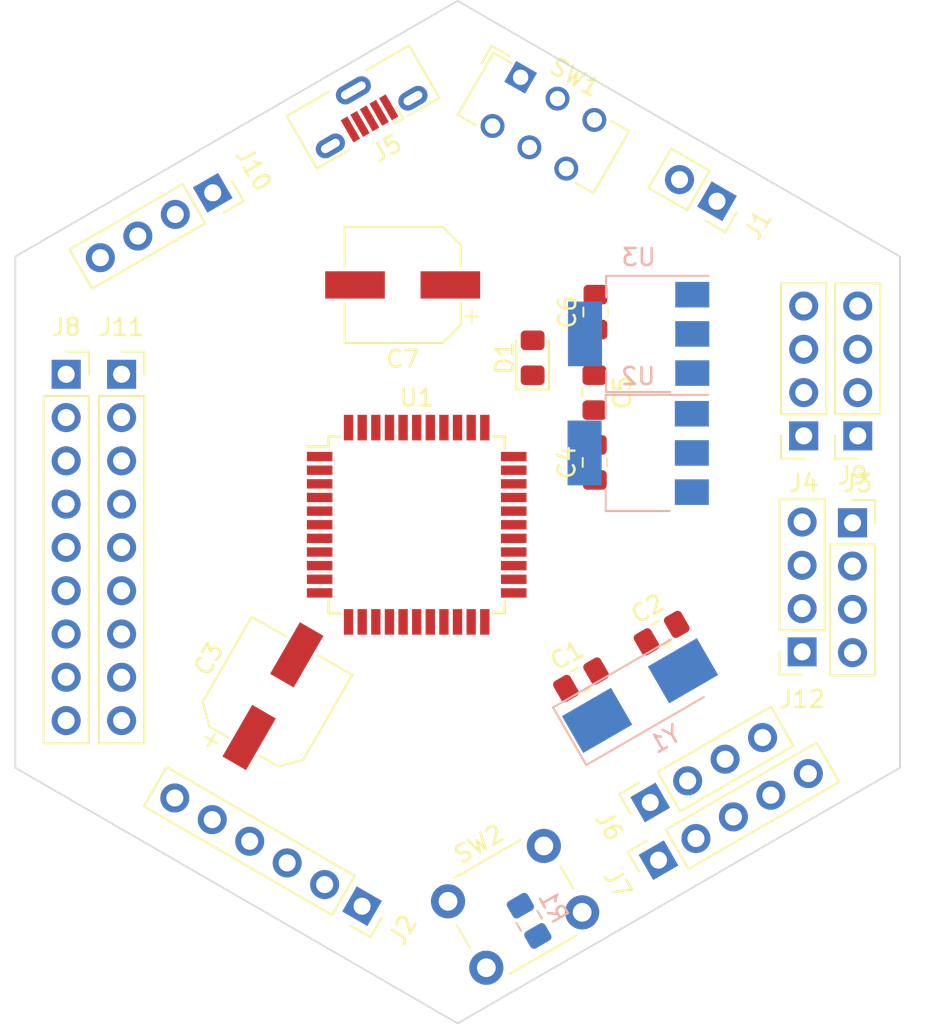
<source format=kicad_pcb>
(kicad_pcb (version 20171130) (host pcbnew "(5.0.2)-1")

  (general
    (thickness 1.6)
    (drawings 6)
    (tracks 0)
    (zones 0)
    (modules 27)
    (nets 44)
  )

  (page A4)
  (layers
    (0 F.Cu signal)
    (31 B.Cu signal)
    (32 B.Adhes user)
    (33 F.Adhes user)
    (34 B.Paste user)
    (35 F.Paste user)
    (36 B.SilkS user)
    (37 F.SilkS user)
    (38 B.Mask user)
    (39 F.Mask user)
    (40 Dwgs.User user)
    (41 Cmts.User user)
    (42 Eco1.User user)
    (43 Eco2.User user)
    (44 Edge.Cuts user)
    (45 Margin user)
    (46 B.CrtYd user)
    (47 F.CrtYd user)
    (48 B.Fab user)
    (49 F.Fab user)
  )

  (setup
    (last_trace_width 0.25)
    (user_trace_width 0.127)
    (user_trace_width 0.254)
    (user_trace_width 0.508)
    (user_trace_width 1)
    (user_trace_width 1.5)
    (trace_clearance 0.2)
    (zone_clearance 0.508)
    (zone_45_only no)
    (trace_min 0.127)
    (segment_width 0.2)
    (edge_width 0.1)
    (via_size 0.8)
    (via_drill 0.4)
    (via_min_size 0.5)
    (via_min_drill 0.4)
    (uvia_size 0.3)
    (uvia_drill 0.1)
    (uvias_allowed no)
    (uvia_min_size 0.2)
    (uvia_min_drill 0.1)
    (pcb_text_width 0.3)
    (pcb_text_size 1.5 1.5)
    (mod_edge_width 0.15)
    (mod_text_size 1 1)
    (mod_text_width 0.15)
    (pad_size 1.5 1.5)
    (pad_drill 0.6)
    (pad_to_mask_clearance 0)
    (solder_mask_min_width 0.25)
    (aux_axis_origin 0 0)
    (visible_elements 7FFFFFFF)
    (pcbplotparams
      (layerselection 0x010fc_ffffffff)
      (usegerberextensions false)
      (usegerberattributes false)
      (usegerberadvancedattributes false)
      (creategerberjobfile false)
      (excludeedgelayer true)
      (linewidth 0.100000)
      (plotframeref false)
      (viasonmask false)
      (mode 1)
      (useauxorigin false)
      (hpglpennumber 1)
      (hpglpenspeed 20)
      (hpglpendiameter 15.000000)
      (psnegative false)
      (psa4output false)
      (plotreference true)
      (plotvalue true)
      (plotinvisibletext false)
      (padsonsilk false)
      (subtractmaskfromsilk false)
      (outputformat 1)
      (mirror false)
      (drillshape 1)
      (scaleselection 1)
      (outputdirectory ""))
  )

  (net 0 "")
  (net 1 GND)
  (net 2 /RA6)
  (net 3 /CLK1)
  (net 4 VCC)
  (net 5 "Net-(C4-Pad1)")
  (net 6 /3V)
  (net 7 "Net-(C7-Pad1)")
  (net 8 "Net-(D1-Pad2)")
  (net 9 "Net-(J1-Pad2)")
  (net 10 /MCLR)
  (net 11 /PGD)
  (net 12 /PGC)
  (net 13 /PGM)
  (net 14 /Va)
  (net 15 /D-)
  (net 16 /D+)
  (net 17 /RA0)
  (net 18 /RA2)
  (net 19 /RA4)
  (net 20 /RA1)
  (net 21 /RA3)
  (net 22 /RA5)
  (net 23 /RB0)
  (net 24 /RB1)
  (net 25 /RB2)
  (net 26 /RB3)
  (net 27 /RB4)
  (net 28 /RC2)
  (net 29 /RC1)
  (net 30 /RC0)
  (net 31 /Tx)
  (net 32 /Rx)
  (net 33 /RD7)
  (net 34 /RD6)
  (net 35 /RD5)
  (net 36 /RD4)
  (net 37 /RD3)
  (net 38 /RD2)
  (net 39 /RD1)
  (net 40 /RD0)
  (net 41 /RE2)
  (net 42 /RE1)
  (net 43 /RE0)

  (net_class Default "Esta es la clase de red por defecto."
    (clearance 0.2)
    (trace_width 0.25)
    (via_dia 0.8)
    (via_drill 0.4)
    (uvia_dia 0.3)
    (uvia_drill 0.1)
    (add_net /3V)
    (add_net /CLK1)
    (add_net /D+)
    (add_net /D-)
    (add_net /MCLR)
    (add_net /PGC)
    (add_net /PGD)
    (add_net /PGM)
    (add_net /RA0)
    (add_net /RA1)
    (add_net /RA2)
    (add_net /RA3)
    (add_net /RA4)
    (add_net /RA5)
    (add_net /RA6)
    (add_net /RB0)
    (add_net /RB1)
    (add_net /RB2)
    (add_net /RB3)
    (add_net /RB4)
    (add_net /RC0)
    (add_net /RC1)
    (add_net /RC2)
    (add_net /RD0)
    (add_net /RD1)
    (add_net /RD2)
    (add_net /RD3)
    (add_net /RD4)
    (add_net /RD5)
    (add_net /RD6)
    (add_net /RD7)
    (add_net /RE0)
    (add_net /RE1)
    (add_net /RE2)
    (add_net /Rx)
    (add_net /Tx)
    (add_net /Va)
    (add_net GND)
    (add_net "Net-(C4-Pad1)")
    (add_net "Net-(C7-Pad1)")
    (add_net "Net-(D1-Pad2)")
    (add_net "Net-(J1-Pad2)")
    (add_net VCC)
  )

  (module Crystal:Crystal_SMD_0603-2Pin_6.0x3.5mm_HandSoldering (layer B.Cu) (tedit 5A0FD1B2) (tstamp 5CC1C6A4)
    (at 60.932519 143.475347 30)
    (descr "SMD Crystal SERIES SMD0603/2 http://www.petermann-technik.de/fileadmin/petermann/pdf/SMD0603-2.pdf, hand-soldering, 6.0x3.5mm^2 package")
    (tags "SMD SMT crystal hand-soldering")
    (path /5CBC5CA1)
    (attr smd)
    (fp_text reference Y1 (at 0 2.95 30) (layer B.SilkS)
      (effects (font (size 1 1) (thickness 0.15)) (justify mirror))
    )
    (fp_text value Crystal (at 0 -2.95 30) (layer B.Fab)
      (effects (font (size 1 1) (thickness 0.15)) (justify mirror))
    )
    (fp_circle (center 0 0) (end 0.093333 0) (layer B.Adhes) (width 0.186667))
    (fp_circle (center 0 0) (end 0.213333 0) (layer B.Adhes) (width 0.133333))
    (fp_circle (center 0 0) (end 0.333333 0) (layer B.Adhes) (width 0.133333))
    (fp_circle (center 0 0) (end 0.4 0) (layer B.Adhes) (width 0.1))
    (fp_line (start 4.9 2) (end -4.9 2) (layer B.CrtYd) (width 0.05))
    (fp_line (start 4.9 -2) (end 4.9 2) (layer B.CrtYd) (width 0.05))
    (fp_line (start -4.9 -2) (end 4.9 -2) (layer B.CrtYd) (width 0.05))
    (fp_line (start -4.9 2) (end -4.9 -2) (layer B.CrtYd) (width 0.05))
    (fp_line (start -4.775 -1.95) (end 3.2 -1.95) (layer B.SilkS) (width 0.12))
    (fp_line (start -4.775 1.95) (end -4.775 -1.95) (layer B.SilkS) (width 0.12))
    (fp_line (start 3.2 1.95) (end -4.775 1.95) (layer B.SilkS) (width 0.12))
    (fp_line (start -3 -0.75) (end -2 -1.75) (layer B.Fab) (width 0.1))
    (fp_line (start -3 1.65) (end -2.9 1.75) (layer B.Fab) (width 0.1))
    (fp_line (start -3 -1.65) (end -3 1.65) (layer B.Fab) (width 0.1))
    (fp_line (start -2.9 -1.75) (end -3 -1.65) (layer B.Fab) (width 0.1))
    (fp_line (start 2.9 -1.75) (end -2.9 -1.75) (layer B.Fab) (width 0.1))
    (fp_line (start 3 -1.65) (end 2.9 -1.75) (layer B.Fab) (width 0.1))
    (fp_line (start 3 1.65) (end 3 -1.65) (layer B.Fab) (width 0.1))
    (fp_line (start 2.9 1.75) (end 3 1.65) (layer B.Fab) (width 0.1))
    (fp_line (start -2.9 1.75) (end 2.9 1.75) (layer B.Fab) (width 0.1))
    (fp_text user %R (at 0 0 30) (layer B.Fab)
      (effects (font (size 1 1) (thickness 0.15)) (justify mirror))
    )
    (pad 2 smd rect (at 2.9125 0 30) (size 3.325 2.5) (layers B.Cu B.Paste B.Mask)
      (net 3 /CLK1))
    (pad 1 smd rect (at -2.9125 0 30) (size 3.325 2.5) (layers B.Cu B.Paste B.Mask)
      (net 2 /RA6))
    (model ${KISYS3DMOD}/Crystal.3dshapes/Crystal_SMD_0603-2Pin_6.0x3.5mm_HandSoldering.wrl
      (at (xyz 0 0 0))
      (scale (xyz 1 1 1))
      (rotate (xyz 0 0 0))
    )
  )

  (module Capacitor_SMD:C_0805_2012Metric_Pad1.15x1.40mm_HandSolder (layer F.Cu) (tedit 5B36C52B) (tstamp 5CC14CEF)
    (at 57.462814 142.545643 30)
    (descr "Capacitor SMD 0805 (2012 Metric), square (rectangular) end terminal, IPC_7351 nominal with elongated pad for handsoldering. (Body size source: https://docs.google.com/spreadsheets/d/1BsfQQcO9C6DZCsRaXUlFlo91Tg2WpOkGARC1WS5S8t0/edit?usp=sharing), generated with kicad-footprint-generator")
    (tags "capacitor handsolder")
    (path /5CBC5D2C)
    (attr smd)
    (fp_text reference C1 (at 0 -1.65 30) (layer F.SilkS)
      (effects (font (size 1 1) (thickness 0.15)))
    )
    (fp_text value 22pf (at 0 1.65 30) (layer F.Fab)
      (effects (font (size 1 1) (thickness 0.15)))
    )
    (fp_line (start -1 0.6) (end -1 -0.6) (layer F.Fab) (width 0.1))
    (fp_line (start -1 -0.6) (end 1 -0.6) (layer F.Fab) (width 0.1))
    (fp_line (start 1 -0.6) (end 1 0.6) (layer F.Fab) (width 0.1))
    (fp_line (start 1 0.6) (end -1 0.6) (layer F.Fab) (width 0.1))
    (fp_line (start -0.261252 -0.71) (end 0.261252 -0.71) (layer F.SilkS) (width 0.12))
    (fp_line (start -0.261252 0.71) (end 0.261252 0.71) (layer F.SilkS) (width 0.12))
    (fp_line (start -1.85 0.95) (end -1.85 -0.95) (layer F.CrtYd) (width 0.05))
    (fp_line (start -1.85 -0.95) (end 1.85 -0.95) (layer F.CrtYd) (width 0.05))
    (fp_line (start 1.85 -0.95) (end 1.85 0.95) (layer F.CrtYd) (width 0.05))
    (fp_line (start 1.85 0.95) (end -1.85 0.95) (layer F.CrtYd) (width 0.05))
    (fp_text user %R (at 0 0 30) (layer F.Fab)
      (effects (font (size 0.5 0.5) (thickness 0.08)))
    )
    (pad 1 smd roundrect (at -1.025 0 30) (size 1.15 1.4) (layers F.Cu F.Paste F.Mask) (roundrect_rratio 0.217391)
      (net 1 GND))
    (pad 2 smd roundrect (at 1.025 0 30) (size 1.15 1.4) (layers F.Cu F.Paste F.Mask) (roundrect_rratio 0.217391)
      (net 2 /RA6))
    (model ${KISYS3DMOD}/Capacitor_SMD.3dshapes/C_0805_2012Metric.wrl
      (at (xyz 0 0 0))
      (scale (xyz 1 1 1))
      (rotate (xyz 0 0 0))
    )
  )

  (module Capacitor_SMD:C_0805_2012Metric_Pad1.15x1.40mm_HandSolder (layer F.Cu) (tedit 5B36C52B) (tstamp 5CC14D00)
    (at 62.199973 139.810643 30)
    (descr "Capacitor SMD 0805 (2012 Metric), square (rectangular) end terminal, IPC_7351 nominal with elongated pad for handsoldering. (Body size source: https://docs.google.com/spreadsheets/d/1BsfQQcO9C6DZCsRaXUlFlo91Tg2WpOkGARC1WS5S8t0/edit?usp=sharing), generated with kicad-footprint-generator")
    (tags "capacitor handsolder")
    (path /5CBC5E1E)
    (attr smd)
    (fp_text reference C2 (at 0 -1.65 30) (layer F.SilkS)
      (effects (font (size 1 1) (thickness 0.15)))
    )
    (fp_text value 22pf (at 0 1.65 30) (layer F.Fab)
      (effects (font (size 1 1) (thickness 0.15)))
    )
    (fp_line (start -1 0.6) (end -1 -0.6) (layer F.Fab) (width 0.1))
    (fp_line (start -1 -0.6) (end 1 -0.6) (layer F.Fab) (width 0.1))
    (fp_line (start 1 -0.6) (end 1 0.6) (layer F.Fab) (width 0.1))
    (fp_line (start 1 0.6) (end -1 0.6) (layer F.Fab) (width 0.1))
    (fp_line (start -0.261252 -0.71) (end 0.261252 -0.71) (layer F.SilkS) (width 0.12))
    (fp_line (start -0.261252 0.71) (end 0.261252 0.71) (layer F.SilkS) (width 0.12))
    (fp_line (start -1.85 0.95) (end -1.85 -0.95) (layer F.CrtYd) (width 0.05))
    (fp_line (start -1.85 -0.95) (end 1.85 -0.95) (layer F.CrtYd) (width 0.05))
    (fp_line (start 1.85 -0.95) (end 1.85 0.95) (layer F.CrtYd) (width 0.05))
    (fp_line (start 1.85 0.95) (end -1.85 0.95) (layer F.CrtYd) (width 0.05))
    (fp_text user %R (at 0 0 30) (layer F.Fab)
      (effects (font (size 0.5 0.5) (thickness 0.08)))
    )
    (pad 1 smd roundrect (at -1.025 0 30) (size 1.15 1.4) (layers F.Cu F.Paste F.Mask) (roundrect_rratio 0.217391)
      (net 3 /CLK1))
    (pad 2 smd roundrect (at 1.025 0 30) (size 1.15 1.4) (layers F.Cu F.Paste F.Mask) (roundrect_rratio 0.217391)
      (net 1 GND))
    (model ${KISYS3DMOD}/Capacitor_SMD.3dshapes/C_0805_2012Metric.wrl
      (at (xyz 0 0 0))
      (scale (xyz 1 1 1))
      (rotate (xyz 0 0 0))
    )
  )

  (module Capacitor_SMD:C_0805_2012Metric_Pad1.15x1.40mm_HandSolder (layer F.Cu) (tedit 5B36C52B) (tstamp 5CC14D39)
    (at 58.274282 129.795719 90)
    (descr "Capacitor SMD 0805 (2012 Metric), square (rectangular) end terminal, IPC_7351 nominal with elongated pad for handsoldering. (Body size source: https://docs.google.com/spreadsheets/d/1BsfQQcO9C6DZCsRaXUlFlo91Tg2WpOkGARC1WS5S8t0/edit?usp=sharing), generated with kicad-footprint-generator")
    (tags "capacitor handsolder")
    (path /5CCA96FF)
    (attr smd)
    (fp_text reference C4 (at 0 -1.65 90) (layer F.SilkS)
      (effects (font (size 1 1) (thickness 0.15)))
    )
    (fp_text value C (at 0 1.65 90) (layer F.Fab)
      (effects (font (size 1 1) (thickness 0.15)))
    )
    (fp_text user %R (at 0 0 90) (layer F.Fab)
      (effects (font (size 0.5 0.5) (thickness 0.08)))
    )
    (fp_line (start 1.85 0.95) (end -1.85 0.95) (layer F.CrtYd) (width 0.05))
    (fp_line (start 1.85 -0.95) (end 1.85 0.95) (layer F.CrtYd) (width 0.05))
    (fp_line (start -1.85 -0.95) (end 1.85 -0.95) (layer F.CrtYd) (width 0.05))
    (fp_line (start -1.85 0.95) (end -1.85 -0.95) (layer F.CrtYd) (width 0.05))
    (fp_line (start -0.261252 0.71) (end 0.261252 0.71) (layer F.SilkS) (width 0.12))
    (fp_line (start -0.261252 -0.71) (end 0.261252 -0.71) (layer F.SilkS) (width 0.12))
    (fp_line (start 1 0.6) (end -1 0.6) (layer F.Fab) (width 0.1))
    (fp_line (start 1 -0.6) (end 1 0.6) (layer F.Fab) (width 0.1))
    (fp_line (start -1 -0.6) (end 1 -0.6) (layer F.Fab) (width 0.1))
    (fp_line (start -1 0.6) (end -1 -0.6) (layer F.Fab) (width 0.1))
    (pad 2 smd roundrect (at 1.025 0 90) (size 1.15 1.4) (layers F.Cu F.Paste F.Mask) (roundrect_rratio 0.217391)
      (net 1 GND))
    (pad 1 smd roundrect (at -1.025 0 90) (size 1.15 1.4) (layers F.Cu F.Paste F.Mask) (roundrect_rratio 0.217391)
      (net 5 "Net-(C4-Pad1)"))
    (model ${KISYS3DMOD}/Capacitor_SMD.3dshapes/C_0805_2012Metric.wrl
      (at (xyz 0 0 0))
      (scale (xyz 1 1 1))
      (rotate (xyz 0 0 0))
    )
  )

  (module Capacitor_SMD:C_0805_2012Metric_Pad1.15x1.40mm_HandSolder (layer F.Cu) (tedit 5B36C52B) (tstamp 5CC14D4A)
    (at 58.251488 125.701235 270)
    (descr "Capacitor SMD 0805 (2012 Metric), square (rectangular) end terminal, IPC_7351 nominal with elongated pad for handsoldering. (Body size source: https://docs.google.com/spreadsheets/d/1BsfQQcO9C6DZCsRaXUlFlo91Tg2WpOkGARC1WS5S8t0/edit?usp=sharing), generated with kicad-footprint-generator")
    (tags "capacitor handsolder")
    (path /5CCB867D)
    (attr smd)
    (fp_text reference C5 (at 0 -1.65 270) (layer F.SilkS)
      (effects (font (size 1 1) (thickness 0.15)))
    )
    (fp_text value C (at 0 1.65 270) (layer F.Fab)
      (effects (font (size 1 1) (thickness 0.15)))
    )
    (fp_line (start -1 0.6) (end -1 -0.6) (layer F.Fab) (width 0.1))
    (fp_line (start -1 -0.6) (end 1 -0.6) (layer F.Fab) (width 0.1))
    (fp_line (start 1 -0.6) (end 1 0.6) (layer F.Fab) (width 0.1))
    (fp_line (start 1 0.6) (end -1 0.6) (layer F.Fab) (width 0.1))
    (fp_line (start -0.261252 -0.71) (end 0.261252 -0.71) (layer F.SilkS) (width 0.12))
    (fp_line (start -0.261252 0.71) (end 0.261252 0.71) (layer F.SilkS) (width 0.12))
    (fp_line (start -1.85 0.95) (end -1.85 -0.95) (layer F.CrtYd) (width 0.05))
    (fp_line (start -1.85 -0.95) (end 1.85 -0.95) (layer F.CrtYd) (width 0.05))
    (fp_line (start 1.85 -0.95) (end 1.85 0.95) (layer F.CrtYd) (width 0.05))
    (fp_line (start 1.85 0.95) (end -1.85 0.95) (layer F.CrtYd) (width 0.05))
    (fp_text user %R (at 0 0 270) (layer F.Fab)
      (effects (font (size 0.5 0.5) (thickness 0.08)))
    )
    (pad 1 smd roundrect (at -1.025 0 270) (size 1.15 1.4) (layers F.Cu F.Paste F.Mask) (roundrect_rratio 0.217391)
      (net 4 VCC))
    (pad 2 smd roundrect (at 1.025 0 270) (size 1.15 1.4) (layers F.Cu F.Paste F.Mask) (roundrect_rratio 0.217391)
      (net 1 GND))
    (model ${KISYS3DMOD}/Capacitor_SMD.3dshapes/C_0805_2012Metric.wrl
      (at (xyz 0 0 0))
      (scale (xyz 1 1 1))
      (rotate (xyz 0 0 0))
    )
  )

  (module Capacitor_SMD:C_0805_2012Metric_Pad1.15x1.40mm_HandSolder (layer F.Cu) (tedit 5B36C52B) (tstamp 5CC14D5B)
    (at 58.313766 120.974105 90)
    (descr "Capacitor SMD 0805 (2012 Metric), square (rectangular) end terminal, IPC_7351 nominal with elongated pad for handsoldering. (Body size source: https://docs.google.com/spreadsheets/d/1BsfQQcO9C6DZCsRaXUlFlo91Tg2WpOkGARC1WS5S8t0/edit?usp=sharing), generated with kicad-footprint-generator")
    (tags "capacitor handsolder")
    (path /5CC16B61)
    (attr smd)
    (fp_text reference C6 (at 0 -1.65 90) (layer F.SilkS)
      (effects (font (size 1 1) (thickness 0.15)))
    )
    (fp_text value "104 " (at 0 1.65 90) (layer F.Fab)
      (effects (font (size 1 1) (thickness 0.15)))
    )
    (fp_text user %R (at 0 0 90) (layer F.Fab)
      (effects (font (size 0.5 0.5) (thickness 0.08)))
    )
    (fp_line (start 1.85 0.95) (end -1.85 0.95) (layer F.CrtYd) (width 0.05))
    (fp_line (start 1.85 -0.95) (end 1.85 0.95) (layer F.CrtYd) (width 0.05))
    (fp_line (start -1.85 -0.95) (end 1.85 -0.95) (layer F.CrtYd) (width 0.05))
    (fp_line (start -1.85 0.95) (end -1.85 -0.95) (layer F.CrtYd) (width 0.05))
    (fp_line (start -0.261252 0.71) (end 0.261252 0.71) (layer F.SilkS) (width 0.12))
    (fp_line (start -0.261252 -0.71) (end 0.261252 -0.71) (layer F.SilkS) (width 0.12))
    (fp_line (start 1 0.6) (end -1 0.6) (layer F.Fab) (width 0.1))
    (fp_line (start 1 -0.6) (end 1 0.6) (layer F.Fab) (width 0.1))
    (fp_line (start -1 -0.6) (end 1 -0.6) (layer F.Fab) (width 0.1))
    (fp_line (start -1 0.6) (end -1 -0.6) (layer F.Fab) (width 0.1))
    (pad 2 smd roundrect (at 1.025 0 90) (size 1.15 1.4) (layers F.Cu F.Paste F.Mask) (roundrect_rratio 0.217391)
      (net 1 GND))
    (pad 1 smd roundrect (at -1.025 0 90) (size 1.15 1.4) (layers F.Cu F.Paste F.Mask) (roundrect_rratio 0.217391)
      (net 6 /3V))
    (model ${KISYS3DMOD}/Capacitor_SMD.3dshapes/C_0805_2012Metric.wrl
      (at (xyz 0 0 0))
      (scale (xyz 1 1 1))
      (rotate (xyz 0 0 0))
    )
  )

  (module Diode_SMD:D_0805_2012Metric_Pad1.15x1.40mm_HandSolder (layer F.Cu) (tedit 5B4B45C8) (tstamp 5CC14D96)
    (at 54.622002 123.655211 90)
    (descr "Diode SMD 0805 (2012 Metric), square (rectangular) end terminal, IPC_7351 nominal, (Body size source: https://docs.google.com/spreadsheets/d/1BsfQQcO9C6DZCsRaXUlFlo91Tg2WpOkGARC1WS5S8t0/edit?usp=sharing), generated with kicad-footprint-generator")
    (tags "diode handsolder")
    (path /5CCA9638)
    (attr smd)
    (fp_text reference D1 (at 0 -1.65 90) (layer F.SilkS)
      (effects (font (size 1 1) (thickness 0.15)))
    )
    (fp_text value D (at 0 1.65 90) (layer F.Fab)
      (effects (font (size 1 1) (thickness 0.15)))
    )
    (fp_line (start 1 -0.6) (end -0.7 -0.6) (layer F.Fab) (width 0.1))
    (fp_line (start -0.7 -0.6) (end -1 -0.300001) (layer F.Fab) (width 0.1))
    (fp_line (start -1 -0.300001) (end -1 0.6) (layer F.Fab) (width 0.1))
    (fp_line (start -1 0.6) (end 1 0.6) (layer F.Fab) (width 0.1))
    (fp_line (start 1 0.6) (end 1 -0.6) (layer F.Fab) (width 0.1))
    (fp_line (start 1 -0.959999) (end -1.86 -0.96) (layer F.SilkS) (width 0.12))
    (fp_line (start -1.86 -0.96) (end -1.86 0.96) (layer F.SilkS) (width 0.12))
    (fp_line (start -1.86 0.96) (end 0.999999 0.96) (layer F.SilkS) (width 0.12))
    (fp_line (start -1.85 0.95) (end -1.85 -0.95) (layer F.CrtYd) (width 0.05))
    (fp_line (start -1.85 -0.95) (end 1.85 -0.95) (layer F.CrtYd) (width 0.05))
    (fp_line (start 1.85 -0.95) (end 1.85 0.95) (layer F.CrtYd) (width 0.05))
    (fp_line (start 1.85 0.95) (end -1.85 0.95) (layer F.CrtYd) (width 0.05))
    (fp_text user %R (at 0 0 90) (layer F.Fab)
      (effects (font (size 0.5 0.5) (thickness 0.08)))
    )
    (pad 1 smd roundrect (at -1.025 0 90) (size 1.15 1.4) (layers F.Cu F.Paste F.Mask) (roundrect_rratio 0.217391)
      (net 5 "Net-(C4-Pad1)"))
    (pad 2 smd roundrect (at 1.025 0 90) (size 1.15 1.4) (layers F.Cu F.Paste F.Mask) (roundrect_rratio 0.217391)
      (net 8 "Net-(D1-Pad2)"))
    (model ${KISYS3DMOD}/Diode_SMD.3dshapes/D_0805_2012Metric.wrl
      (at (xyz 0 0 0))
      (scale (xyz 1 1 1))
      (rotate (xyz 0 0 0))
    )
  )

  (module Connector_PinSocket_2.54mm:PinSocket_1x02_P2.54mm_Vertical (layer F.Cu) (tedit 5A19A420) (tstamp 5CC14DAC)
    (at 65.450376 114.470506 240)
    (descr "Through hole straight socket strip, 1x02, 2.54mm pitch, single row (from Kicad 4.0.7), script generated")
    (tags "Through hole socket strip THT 1x02 2.54mm single row")
    (path /5CC501D7)
    (fp_text reference J1 (at 0 -2.77 240) (layer F.SilkS)
      (effects (font (size 1 1) (thickness 0.15)))
    )
    (fp_text value Bateria (at 0 5.31 240) (layer F.Fab)
      (effects (font (size 1 1) (thickness 0.15)))
    )
    (fp_line (start -1.27 -1.27) (end 0.635 -1.27) (layer F.Fab) (width 0.1))
    (fp_line (start 0.635 -1.27) (end 1.27 -0.635) (layer F.Fab) (width 0.1))
    (fp_line (start 1.27 -0.635) (end 1.27 3.81) (layer F.Fab) (width 0.1))
    (fp_line (start 1.27 3.81) (end -1.27 3.81) (layer F.Fab) (width 0.1))
    (fp_line (start -1.27 3.81) (end -1.27 -1.27) (layer F.Fab) (width 0.1))
    (fp_line (start -1.33 1.27) (end 1.33 1.27) (layer F.SilkS) (width 0.12))
    (fp_line (start -1.33 1.27) (end -1.33 3.87) (layer F.SilkS) (width 0.12))
    (fp_line (start -1.33 3.87) (end 1.33 3.87) (layer F.SilkS) (width 0.12))
    (fp_line (start 1.33 1.27) (end 1.33 3.87) (layer F.SilkS) (width 0.12))
    (fp_line (start 1.33 -1.33) (end 1.33 0) (layer F.SilkS) (width 0.12))
    (fp_line (start 0 -1.33) (end 1.33 -1.33) (layer F.SilkS) (width 0.12))
    (fp_line (start -1.8 -1.8) (end 1.75 -1.8) (layer F.CrtYd) (width 0.05))
    (fp_line (start 1.75 -1.8) (end 1.75 4.3) (layer F.CrtYd) (width 0.05))
    (fp_line (start 1.75 4.3) (end -1.8 4.3) (layer F.CrtYd) (width 0.05))
    (fp_line (start -1.8 4.3) (end -1.8 -1.8) (layer F.CrtYd) (width 0.05))
    (fp_text user %R (at 0 1.27 330) (layer F.Fab)
      (effects (font (size 1 1) (thickness 0.15)))
    )
    (pad 1 thru_hole rect (at 0 0 240) (size 1.7 1.7) (drill 1) (layers *.Cu *.Mask)
      (net 1 GND))
    (pad 2 thru_hole oval (at 0 2.54 240) (size 1.7 1.7) (drill 1) (layers *.Cu *.Mask)
      (net 9 "Net-(J1-Pad2)"))
    (model ${KISYS3DMOD}/Connector_PinSocket_2.54mm.3dshapes/PinSocket_1x02_P2.54mm_Vertical.wrl
      (at (xyz 0 0 0))
      (scale (xyz 1 1 1))
      (rotate (xyz 0 0 0))
    )
  )

  (module Connector_PinSocket_2.54mm:PinSocket_1x06_P2.54mm_Vertical (layer F.Cu) (tedit 5A19A430) (tstamp 5CC14DC6)
    (at 44.604882 155.835052 240)
    (descr "Through hole straight socket strip, 1x06, 2.54mm pitch, single row (from Kicad 4.0.7), script generated")
    (tags "Through hole socket strip THT 1x06 2.54mm single row")
    (path /5CB3BE55)
    (fp_text reference J2 (at 0 -2.77 240) (layer F.SilkS)
      (effects (font (size 1 1) (thickness 0.15)))
    )
    (fp_text value Pickit (at 0 15.47 240) (layer F.Fab)
      (effects (font (size 1 1) (thickness 0.15)))
    )
    (fp_line (start -1.27 -1.27) (end 0.635 -1.27) (layer F.Fab) (width 0.1))
    (fp_line (start 0.635 -1.27) (end 1.27 -0.635) (layer F.Fab) (width 0.1))
    (fp_line (start 1.27 -0.635) (end 1.27 13.97) (layer F.Fab) (width 0.1))
    (fp_line (start 1.27 13.97) (end -1.27 13.97) (layer F.Fab) (width 0.1))
    (fp_line (start -1.27 13.97) (end -1.27 -1.27) (layer F.Fab) (width 0.1))
    (fp_line (start -1.33 1.27) (end 1.33 1.27) (layer F.SilkS) (width 0.12))
    (fp_line (start -1.33 1.27) (end -1.33 14.03) (layer F.SilkS) (width 0.12))
    (fp_line (start -1.33 14.03) (end 1.33 14.03) (layer F.SilkS) (width 0.12))
    (fp_line (start 1.33 1.27) (end 1.33 14.03) (layer F.SilkS) (width 0.12))
    (fp_line (start 1.33 -1.33) (end 1.33 0) (layer F.SilkS) (width 0.12))
    (fp_line (start 0 -1.33) (end 1.33 -1.33) (layer F.SilkS) (width 0.12))
    (fp_line (start -1.8 -1.8) (end 1.75 -1.8) (layer F.CrtYd) (width 0.05))
    (fp_line (start 1.75 -1.8) (end 1.75 14.45) (layer F.CrtYd) (width 0.05))
    (fp_line (start 1.75 14.45) (end -1.8 14.45) (layer F.CrtYd) (width 0.05))
    (fp_line (start -1.8 14.45) (end -1.8 -1.8) (layer F.CrtYd) (width 0.05))
    (fp_text user %R (at 0 6.35 330) (layer F.Fab)
      (effects (font (size 1 1) (thickness 0.15)))
    )
    (pad 1 thru_hole rect (at 0 0 240) (size 1.7 1.7) (drill 1) (layers *.Cu *.Mask)
      (net 10 /MCLR))
    (pad 2 thru_hole oval (at 0 2.54 240) (size 1.7 1.7) (drill 1) (layers *.Cu *.Mask)
      (net 4 VCC))
    (pad 3 thru_hole oval (at 0 5.08 240) (size 1.7 1.7) (drill 1) (layers *.Cu *.Mask)
      (net 1 GND))
    (pad 4 thru_hole oval (at 0 7.62 240) (size 1.7 1.7) (drill 1) (layers *.Cu *.Mask)
      (net 11 /PGD))
    (pad 5 thru_hole oval (at 0 10.16 240) (size 1.7 1.7) (drill 1) (layers *.Cu *.Mask)
      (net 12 /PGC))
    (pad 6 thru_hole oval (at 0 12.7 240) (size 1.7 1.7) (drill 1) (layers *.Cu *.Mask)
      (net 13 /PGM))
    (model ${KISYS3DMOD}/Connector_PinSocket_2.54mm.3dshapes/PinSocket_1x06_P2.54mm_Vertical.wrl
      (at (xyz 0 0 0))
      (scale (xyz 1 1 1))
      (rotate (xyz 0 0 0))
    )
  )

  (module Connector_PinSocket_2.54mm:PinSocket_1x04_P2.54mm_Vertical (layer F.Cu) (tedit 5A19A429) (tstamp 5CC14DDE)
    (at 73.719304 128.236847 180)
    (descr "Through hole straight socket strip, 1x04, 2.54mm pitch, single row (from Kicad 4.0.7), script generated")
    (tags "Through hole socket strip THT 1x04 2.54mm single row")
    (path /5CB3BFF5)
    (fp_text reference J3 (at 0 -2.77 180) (layer F.SilkS)
      (effects (font (size 1 1) (thickness 0.15)))
    )
    (fp_text value "SOURCE 0" (at 0 10.39 180) (layer F.Fab)
      (effects (font (size 1 1) (thickness 0.15)))
    )
    (fp_text user %R (at 0 3.81 270) (layer F.Fab)
      (effects (font (size 1 1) (thickness 0.15)))
    )
    (fp_line (start -1.8 9.4) (end -1.8 -1.8) (layer F.CrtYd) (width 0.05))
    (fp_line (start 1.75 9.4) (end -1.8 9.4) (layer F.CrtYd) (width 0.05))
    (fp_line (start 1.749999 -1.8) (end 1.75 9.4) (layer F.CrtYd) (width 0.05))
    (fp_line (start -1.8 -1.8) (end 1.749999 -1.8) (layer F.CrtYd) (width 0.05))
    (fp_line (start 0 -1.33) (end 1.33 -1.33) (layer F.SilkS) (width 0.12))
    (fp_line (start 1.33 -1.33) (end 1.33 0) (layer F.SilkS) (width 0.12))
    (fp_line (start 1.33 1.27) (end 1.33 8.95) (layer F.SilkS) (width 0.12))
    (fp_line (start -1.33 8.95) (end 1.33 8.95) (layer F.SilkS) (width 0.12))
    (fp_line (start -1.33 1.27) (end -1.33 8.95) (layer F.SilkS) (width 0.12))
    (fp_line (start -1.33 1.27) (end 1.33 1.27) (layer F.SilkS) (width 0.12))
    (fp_line (start -1.27 8.89) (end -1.27 -1.27) (layer F.Fab) (width 0.1))
    (fp_line (start 1.27 8.89) (end -1.27 8.89) (layer F.Fab) (width 0.1))
    (fp_line (start 1.27 -0.635) (end 1.27 8.89) (layer F.Fab) (width 0.1))
    (fp_line (start 0.635 -1.27) (end 1.27 -0.635) (layer F.Fab) (width 0.1))
    (fp_line (start -1.27 -1.27) (end 0.635 -1.27) (layer F.Fab) (width 0.1))
    (pad 4 thru_hole oval (at 0 7.62 180) (size 1.7 1.7) (drill 1) (layers *.Cu *.Mask)
      (net 1 GND))
    (pad 3 thru_hole oval (at 0 5.08 180) (size 1.7 1.7) (drill 1) (layers *.Cu *.Mask)
      (net 6 /3V))
    (pad 2 thru_hole oval (at 0 2.54 180) (size 1.7 1.7) (drill 1) (layers *.Cu *.Mask)
      (net 1 GND))
    (pad 1 thru_hole rect (at 0 0 180) (size 1.7 1.7) (drill 1) (layers *.Cu *.Mask)
      (net 4 VCC))
    (model ${KISYS3DMOD}/Connector_PinSocket_2.54mm.3dshapes/PinSocket_1x04_P2.54mm_Vertical.wrl
      (at (xyz 0 0 0))
      (scale (xyz 1 1 1))
      (rotate (xyz 0 0 0))
    )
  )

  (module Connector_PinSocket_2.54mm:PinSocket_1x04_P2.54mm_Vertical (layer F.Cu) (tedit 5A19A429) (tstamp 5CC14DF6)
    (at 70.544304 128.236846 180)
    (descr "Through hole straight socket strip, 1x04, 2.54mm pitch, single row (from Kicad 4.0.7), script generated")
    (tags "Through hole socket strip THT 1x04 2.54mm single row")
    (path /5CBB42EF)
    (fp_text reference J4 (at 0 -2.77 180) (layer F.SilkS)
      (effects (font (size 1 1) (thickness 0.15)))
    )
    (fp_text value "SOURCE 1" (at 0 10.39 180) (layer F.Fab)
      (effects (font (size 1 1) (thickness 0.15)))
    )
    (fp_line (start -1.27 -1.27) (end 0.635 -1.27) (layer F.Fab) (width 0.1))
    (fp_line (start 0.635 -1.27) (end 1.27 -0.635) (layer F.Fab) (width 0.1))
    (fp_line (start 1.27 -0.635) (end 1.27 8.89) (layer F.Fab) (width 0.1))
    (fp_line (start 1.27 8.89) (end -1.27 8.89) (layer F.Fab) (width 0.1))
    (fp_line (start -1.27 8.89) (end -1.27 -1.27) (layer F.Fab) (width 0.1))
    (fp_line (start -1.33 1.27) (end 1.33 1.27) (layer F.SilkS) (width 0.12))
    (fp_line (start -1.33 1.27) (end -1.33 8.95) (layer F.SilkS) (width 0.12))
    (fp_line (start -1.33 8.95) (end 1.33 8.95) (layer F.SilkS) (width 0.12))
    (fp_line (start 1.33 1.27) (end 1.33 8.95) (layer F.SilkS) (width 0.12))
    (fp_line (start 1.33 -1.33) (end 1.33 0) (layer F.SilkS) (width 0.12))
    (fp_line (start 0 -1.33) (end 1.33 -1.33) (layer F.SilkS) (width 0.12))
    (fp_line (start -1.8 -1.8) (end 1.749999 -1.8) (layer F.CrtYd) (width 0.05))
    (fp_line (start 1.749999 -1.8) (end 1.75 9.4) (layer F.CrtYd) (width 0.05))
    (fp_line (start 1.75 9.4) (end -1.8 9.4) (layer F.CrtYd) (width 0.05))
    (fp_line (start -1.8 9.4) (end -1.8 -1.8) (layer F.CrtYd) (width 0.05))
    (fp_text user %R (at 0 3.81 270) (layer F.Fab)
      (effects (font (size 1 1) (thickness 0.15)))
    )
    (pad 1 thru_hole rect (at 0 0 180) (size 1.7 1.7) (drill 1) (layers *.Cu *.Mask)
      (net 4 VCC))
    (pad 2 thru_hole oval (at 0 2.54 180) (size 1.7 1.7) (drill 1) (layers *.Cu *.Mask)
      (net 1 GND))
    (pad 3 thru_hole oval (at 0 5.08 180) (size 1.7 1.7) (drill 1) (layers *.Cu *.Mask)
      (net 6 /3V))
    (pad 4 thru_hole oval (at 0 7.62 180) (size 1.7 1.7) (drill 1) (layers *.Cu *.Mask)
      (net 1 GND))
    (model ${KISYS3DMOD}/Connector_PinSocket_2.54mm.3dshapes/PinSocket_1x04_P2.54mm_Vertical.wrl
      (at (xyz 0 0 0))
      (scale (xyz 1 1 1))
      (rotate (xyz 0 0 0))
    )
  )

  (module Connector_USB:USB_Micro-B_Molex-105133-0001 (layer F.Cu) (tedit 5A142044) (tstamp 5CC14E18)
    (at 44.632149 108.892279 210)
    (descr "Molex Vertical Micro USB Typ-B (http://www.molex.com/pdm_docs/sd/1051330001_sd.pdf)")
    (tags "Micro-USB SMD Typ-B Vertical")
    (path /5CA9F58F)
    (attr smd)
    (fp_text reference J5 (at 0 -2.85 210) (layer F.SilkS)
      (effects (font (size 1 1) (thickness 0.15)))
    )
    (fp_text value USB_B_Micro (at -0.025 3 210) (layer F.Fab)
      (effects (font (size 1 1) (thickness 0.15)))
    )
    (fp_text user %R (at 0 -0.375 210) (layer F.Fab)
      (effects (font (size 1 1) (thickness 0.15)))
    )
    (fp_line (start -4 1.565) (end -4 -1.435) (layer F.Fab) (width 0.1))
    (fp_line (start 4 1.565) (end 4 -1.435) (layer F.Fab) (width 0.1))
    (fp_line (start -4 1.565) (end 4 1.565) (layer F.Fab) (width 0.1))
    (fp_line (start 4 -1.435) (end -4 -1.435) (layer F.Fab) (width 0.1))
    (fp_line (start -1.7 -1.075) (end -1.7 -1.825) (layer F.SilkS) (width 0.12))
    (fp_line (start -1.7 -1.825) (end -1.1 -1.825) (layer F.SilkS) (width 0.12))
    (fp_line (start -2 -1.825) (end -4.15 -1.825) (layer F.SilkS) (width 0.12))
    (fp_line (start 4.15 -1.825) (end 4.15 1.725) (layer F.SilkS) (width 0.12))
    (fp_line (start -4.15 1.725) (end -1.25 1.725) (layer F.SilkS) (width 0.12))
    (fp_line (start -4.15 -1.825) (end -4.15 1.725) (layer F.SilkS) (width 0.12))
    (fp_line (start 4.15 1.725) (end 1.25 1.725) (layer F.SilkS) (width 0.12))
    (fp_line (start 2 -1.825) (end 4.15 -1.825) (layer F.SilkS) (width 0.12))
    (fp_line (start -1.3 -1.675) (end -1.525 -1.85) (layer F.Fab) (width 0.1))
    (fp_line (start -1.525 -2.075) (end -1.075 -2.075) (layer F.Fab) (width 0.1))
    (fp_line (start -1.3 -1.675) (end -1.075 -1.85) (layer F.Fab) (width 0.1))
    (fp_line (start -1.525 -1.85) (end -1.525 -2.075) (layer F.Fab) (width 0.1))
    (fp_line (start -1.075 -2.075) (end -1.075 -1.85) (layer F.Fab) (width 0.1))
    (fp_line (start -4.5 2.13) (end -4.5 -2.13) (layer F.CrtYd) (width 0.05))
    (fp_line (start -4.5 -2.13) (end 4.5 -2.13) (layer F.CrtYd) (width 0.05))
    (fp_line (start -4.5 2.13) (end 4.5 2.13) (layer F.CrtYd) (width 0.05))
    (fp_line (start 4.5 2.13) (end 4.5 -2.13) (layer F.CrtYd) (width 0.05))
    (pad 3 smd rect (at 0 -0.825 210) (size 0.45 1.5) (layers F.Cu F.Paste F.Mask)
      (net 16 /D+))
    (pad 4 smd rect (at 0.65 -0.825 210) (size 0.45 1.5) (layers F.Cu F.Paste F.Mask)
      (net 1 GND))
    (pad 2 smd rect (at -0.65 -0.825 210) (size 0.45 1.5) (layers F.Cu F.Paste F.Mask)
      (net 15 /D-))
    (pad 5 smd rect (at 1.3 -0.825 210) (size 0.45 1.5) (layers F.Cu F.Paste F.Mask)
      (net 1 GND))
    (pad 1 smd rect (at -1.3 -0.825 210) (size 0.45 1.5) (layers F.Cu F.Paste F.Mask)
      (net 14 /Va))
    (pad 6 thru_hole oval (at -2.8 -1.075 210) (size 1.8 1.1) (drill oval 1.2 0.5) (layers *.Cu *.Mask)
      (net 1 GND))
    (pad 6 thru_hole oval (at 2.8 -1.075 210) (size 1.8 1.1) (drill oval 1.2 0.5) (layers *.Cu *.Mask)
      (net 1 GND))
    (pad 6 thru_hole oval (at 0 1.075 210) (size 2.2 1.1) (drill oval 1.6 0.5) (layers *.Cu *.Mask)
      (net 1 GND))
    (model ${KISYS3DMOD}/Connector_USB.3dshapes/USB_Micro-B_Molex-105133-0001.wrl
      (at (xyz 0 0 0))
      (scale (xyz 1 1 1))
      (rotate (xyz 0 0 0))
    )
  )

  (module Connector_PinSocket_2.54mm:PinSocket_1x04_P2.54mm_Vertical (layer F.Cu) (tedit 5A19A429) (tstamp 5CC14E30)
    (at 61.528826 149.748963 120)
    (descr "Through hole straight socket strip, 1x04, 2.54mm pitch, single row (from Kicad 4.0.7), script generated")
    (tags "Through hole socket strip THT 1x04 2.54mm single row")
    (path /5CAF2BED)
    (fp_text reference J6 (at 0 -2.77 120) (layer F.SilkS)
      (effects (font (size 1 1) (thickness 0.15)))
    )
    (fp_text value "PUERTO A0" (at 0 10.39 120) (layer F.Fab)
      (effects (font (size 1 1) (thickness 0.15)))
    )
    (fp_line (start -1.27 -1.27) (end 0.635 -1.27) (layer F.Fab) (width 0.1))
    (fp_line (start 0.635 -1.27) (end 1.27 -0.635) (layer F.Fab) (width 0.1))
    (fp_line (start 1.27 -0.635) (end 1.27 8.89) (layer F.Fab) (width 0.1))
    (fp_line (start 1.27 8.89) (end -1.27 8.89) (layer F.Fab) (width 0.1))
    (fp_line (start -1.27 8.89) (end -1.27 -1.27) (layer F.Fab) (width 0.1))
    (fp_line (start -1.33 1.27) (end 1.33 1.27) (layer F.SilkS) (width 0.12))
    (fp_line (start -1.33 1.27) (end -1.33 8.95) (layer F.SilkS) (width 0.12))
    (fp_line (start -1.33 8.95) (end 1.33 8.95) (layer F.SilkS) (width 0.12))
    (fp_line (start 1.33 1.27) (end 1.33 8.95) (layer F.SilkS) (width 0.12))
    (fp_line (start 1.33 -1.33) (end 1.33 0) (layer F.SilkS) (width 0.12))
    (fp_line (start 0 -1.33) (end 1.33 -1.33) (layer F.SilkS) (width 0.12))
    (fp_line (start -1.8 -1.8) (end 1.75 -1.8) (layer F.CrtYd) (width 0.05))
    (fp_line (start 1.75 -1.8) (end 1.75 9.4) (layer F.CrtYd) (width 0.05))
    (fp_line (start 1.75 9.4) (end -1.8 9.4) (layer F.CrtYd) (width 0.05))
    (fp_line (start -1.8 9.4) (end -1.8 -1.8) (layer F.CrtYd) (width 0.05))
    (fp_text user %R (at 0 3.81 210) (layer F.Fab)
      (effects (font (size 1 1) (thickness 0.15)))
    )
    (pad 1 thru_hole rect (at 0 0 120) (size 1.7 1.7) (drill 1) (layers *.Cu *.Mask)
      (net 17 /RA0))
    (pad 2 thru_hole oval (at 0 2.54 120) (size 1.7 1.7) (drill 1) (layers *.Cu *.Mask)
      (net 18 /RA2))
    (pad 3 thru_hole oval (at 0 5.08 120) (size 1.7 1.7) (drill 1) (layers *.Cu *.Mask)
      (net 19 /RA4))
    (pad 4 thru_hole oval (at 0 7.62 120) (size 1.7 1.7) (drill 1) (layers *.Cu *.Mask)
      (net 2 /RA6))
    (model ${KISYS3DMOD}/Connector_PinSocket_2.54mm.3dshapes/PinSocket_1x04_P2.54mm_Vertical.wrl
      (at (xyz 0 0 0))
      (scale (xyz 1 1 1))
      (rotate (xyz 0 0 0))
    )
  )

  (module Connector_PinSocket_2.54mm:PinSocket_1x05_P2.54mm_Vertical (layer F.Cu) (tedit 5A19A420) (tstamp 5CC14E49)
    (at 62.016473 153.133592 120)
    (descr "Through hole straight socket strip, 1x05, 2.54mm pitch, single row (from Kicad 4.0.7), script generated")
    (tags "Through hole socket strip THT 1x05 2.54mm single row")
    (path /5CAF54D8)
    (fp_text reference J7 (at 0 -2.77 120) (layer F.SilkS)
      (effects (font (size 1 1) (thickness 0.15)))
    )
    (fp_text value "PUERTO A1" (at 0 12.93 120) (layer F.Fab)
      (effects (font (size 1 1) (thickness 0.15)))
    )
    (fp_line (start -1.27 -1.27) (end 0.635 -1.27) (layer F.Fab) (width 0.1))
    (fp_line (start 0.635 -1.27) (end 1.27 -0.635) (layer F.Fab) (width 0.1))
    (fp_line (start 1.27 -0.635) (end 1.27 11.43) (layer F.Fab) (width 0.1))
    (fp_line (start 1.27 11.43) (end -1.27 11.43) (layer F.Fab) (width 0.1))
    (fp_line (start -1.27 11.43) (end -1.27 -1.27) (layer F.Fab) (width 0.1))
    (fp_line (start -1.33 1.27) (end 1.33 1.27) (layer F.SilkS) (width 0.12))
    (fp_line (start -1.33 1.27) (end -1.33 11.49) (layer F.SilkS) (width 0.12))
    (fp_line (start -1.33 11.49) (end 1.33 11.49) (layer F.SilkS) (width 0.12))
    (fp_line (start 1.33 1.27) (end 1.33 11.49) (layer F.SilkS) (width 0.12))
    (fp_line (start 1.33 -1.33) (end 1.33 0) (layer F.SilkS) (width 0.12))
    (fp_line (start 0 -1.33) (end 1.33 -1.33) (layer F.SilkS) (width 0.12))
    (fp_line (start -1.8 -1.8) (end 1.75 -1.8) (layer F.CrtYd) (width 0.05))
    (fp_line (start 1.75 -1.8) (end 1.75 11.9) (layer F.CrtYd) (width 0.05))
    (fp_line (start 1.75 11.9) (end -1.8 11.9) (layer F.CrtYd) (width 0.05))
    (fp_line (start -1.8 11.9) (end -1.8 -1.8) (layer F.CrtYd) (width 0.05))
    (fp_text user %R (at 0 5.08 210) (layer F.Fab)
      (effects (font (size 1 1) (thickness 0.15)))
    )
    (pad 1 thru_hole rect (at 0 0 120) (size 1.7 1.7) (drill 1) (layers *.Cu *.Mask)
      (net 4 VCC))
    (pad 2 thru_hole oval (at 0 2.54 120) (size 1.7 1.7) (drill 1) (layers *.Cu *.Mask)
      (net 1 GND))
    (pad 3 thru_hole oval (at 0 5.08 120) (size 1.7 1.7) (drill 1) (layers *.Cu *.Mask)
      (net 20 /RA1))
    (pad 4 thru_hole oval (at 0 7.62 120) (size 1.7 1.7) (drill 1) (layers *.Cu *.Mask)
      (net 21 /RA3))
    (pad 5 thru_hole oval (at 0 10.16 120) (size 1.7 1.7) (drill 1) (layers *.Cu *.Mask)
      (net 22 /RA5))
    (model ${KISYS3DMOD}/Connector_PinSocket_2.54mm.3dshapes/PinSocket_1x05_P2.54mm_Vertical.wrl
      (at (xyz 0 0 0))
      (scale (xyz 1 1 1))
      (rotate (xyz 0 0 0))
    )
  )

  (module Connector_PinSocket_2.54mm:PinSocket_1x09_P2.54mm_Vertical (layer F.Cu) (tedit 5A19A431) (tstamp 5CC14E66)
    (at 27.225377 124.623059)
    (descr "Through hole straight socket strip, 1x09, 2.54mm pitch, single row (from Kicad 4.0.7), script generated")
    (tags "Through hole socket strip THT 1x09 2.54mm single row")
    (path /5CAB888B)
    (fp_text reference J8 (at 0 -2.77) (layer F.SilkS)
      (effects (font (size 1 1) (thickness 0.15)))
    )
    (fp_text value "PUERTO B" (at 0 23.09) (layer F.Fab)
      (effects (font (size 1 1) (thickness 0.15)))
    )
    (fp_line (start -1.27 -1.27) (end 0.635 -1.27) (layer F.Fab) (width 0.1))
    (fp_line (start 0.635 -1.27) (end 1.27 -0.635) (layer F.Fab) (width 0.1))
    (fp_line (start 1.27 -0.635) (end 1.27 21.59) (layer F.Fab) (width 0.1))
    (fp_line (start 1.27 21.59) (end -1.27 21.589999) (layer F.Fab) (width 0.1))
    (fp_line (start -1.27 21.589999) (end -1.27 -1.27) (layer F.Fab) (width 0.1))
    (fp_line (start -1.33 1.27) (end 1.33 1.27) (layer F.SilkS) (width 0.12))
    (fp_line (start -1.33 1.27) (end -1.33 21.65) (layer F.SilkS) (width 0.12))
    (fp_line (start -1.33 21.65) (end 1.33 21.65) (layer F.SilkS) (width 0.12))
    (fp_line (start 1.33 1.27) (end 1.33 21.65) (layer F.SilkS) (width 0.12))
    (fp_line (start 1.33 -1.33) (end 1.33 0) (layer F.SilkS) (width 0.12))
    (fp_line (start 0 -1.33) (end 1.33 -1.33) (layer F.SilkS) (width 0.12))
    (fp_line (start -1.8 -1.8) (end 1.749999 -1.8) (layer F.CrtYd) (width 0.05))
    (fp_line (start 1.749999 -1.8) (end 1.749999 22.1) (layer F.CrtYd) (width 0.05))
    (fp_line (start 1.749999 22.1) (end -1.8 22.1) (layer F.CrtYd) (width 0.05))
    (fp_line (start -1.8 22.1) (end -1.8 -1.8) (layer F.CrtYd) (width 0.05))
    (fp_text user %R (at 0 10.16 90) (layer F.Fab)
      (effects (font (size 1 1) (thickness 0.15)))
    )
    (pad 1 thru_hole rect (at 0 0) (size 1.7 1.7) (drill 1) (layers *.Cu *.Mask)
      (net 1 GND))
    (pad 2 thru_hole oval (at 0 2.54) (size 1.7 1.7) (drill 1) (layers *.Cu *.Mask)
      (net 23 /RB0))
    (pad 3 thru_hole oval (at 0 5.08) (size 1.7 1.7) (drill 1) (layers *.Cu *.Mask)
      (net 24 /RB1))
    (pad 4 thru_hole oval (at 0 7.62) (size 1.7 1.7) (drill 1) (layers *.Cu *.Mask)
      (net 25 /RB2))
    (pad 5 thru_hole oval (at 0 10.16) (size 1.7 1.7) (drill 1) (layers *.Cu *.Mask)
      (net 26 /RB3))
    (pad 6 thru_hole oval (at 0 12.7) (size 1.7 1.7) (drill 1) (layers *.Cu *.Mask)
      (net 27 /RB4))
    (pad 7 thru_hole oval (at 0 15.24) (size 1.7 1.7) (drill 1) (layers *.Cu *.Mask)
      (net 13 /PGM))
    (pad 8 thru_hole oval (at 0 17.78) (size 1.7 1.7) (drill 1) (layers *.Cu *.Mask)
      (net 12 /PGC))
    (pad 9 thru_hole oval (at 0 20.32) (size 1.7 1.7) (drill 1) (layers *.Cu *.Mask)
      (net 11 /PGD))
    (model ${KISYS3DMOD}/Connector_PinSocket_2.54mm.3dshapes/PinSocket_1x09_P2.54mm_Vertical.wrl
      (at (xyz 0 0 0))
      (scale (xyz 1 1 1))
      (rotate (xyz 0 0 0))
    )
  )

  (module Connector_PinSocket_2.54mm:PinSocket_1x04_P2.54mm_Vertical (layer F.Cu) (tedit 5A19A429) (tstamp 5CC14E7E)
    (at 73.410672 133.338143)
    (descr "Through hole straight socket strip, 1x04, 2.54mm pitch, single row (from Kicad 4.0.7), script generated")
    (tags "Through hole socket strip THT 1x04 2.54mm single row")
    (path /5CB03870)
    (fp_text reference J9 (at 0 -2.77) (layer F.SilkS)
      (effects (font (size 1 1) (thickness 0.15)))
    )
    (fp_text value "PUERTO C" (at 0 10.39) (layer F.Fab)
      (effects (font (size 1 1) (thickness 0.15)))
    )
    (fp_text user %R (at 0 3.81 90) (layer F.Fab)
      (effects (font (size 1 1) (thickness 0.15)))
    )
    (fp_line (start -1.8 9.4) (end -1.8 -1.8) (layer F.CrtYd) (width 0.05))
    (fp_line (start 1.75 9.4) (end -1.8 9.4) (layer F.CrtYd) (width 0.05))
    (fp_line (start 1.749999 -1.8) (end 1.75 9.4) (layer F.CrtYd) (width 0.05))
    (fp_line (start -1.8 -1.8) (end 1.749999 -1.8) (layer F.CrtYd) (width 0.05))
    (fp_line (start 0 -1.33) (end 1.33 -1.33) (layer F.SilkS) (width 0.12))
    (fp_line (start 1.33 -1.33) (end 1.33 0) (layer F.SilkS) (width 0.12))
    (fp_line (start 1.33 1.27) (end 1.33 8.95) (layer F.SilkS) (width 0.12))
    (fp_line (start -1.33 8.95) (end 1.33 8.95) (layer F.SilkS) (width 0.12))
    (fp_line (start -1.33 1.27) (end -1.33 8.95) (layer F.SilkS) (width 0.12))
    (fp_line (start -1.33 1.27) (end 1.33 1.27) (layer F.SilkS) (width 0.12))
    (fp_line (start -1.27 8.89) (end -1.27 -1.27) (layer F.Fab) (width 0.1))
    (fp_line (start 1.27 8.89) (end -1.27 8.89) (layer F.Fab) (width 0.1))
    (fp_line (start 1.27 -0.635) (end 1.27 8.89) (layer F.Fab) (width 0.1))
    (fp_line (start 0.635 -1.27) (end 1.27 -0.635) (layer F.Fab) (width 0.1))
    (fp_line (start -1.27 -1.27) (end 0.635 -1.27) (layer F.Fab) (width 0.1))
    (pad 4 thru_hole oval (at 0 7.62) (size 1.7 1.7) (drill 1) (layers *.Cu *.Mask)
      (net 28 /RC2))
    (pad 3 thru_hole oval (at 0 5.08) (size 1.7 1.7) (drill 1) (layers *.Cu *.Mask)
      (net 29 /RC1))
    (pad 2 thru_hole oval (at 0 2.54) (size 1.7 1.7) (drill 1) (layers *.Cu *.Mask)
      (net 30 /RC0))
    (pad 1 thru_hole rect (at 0 0) (size 1.7 1.7) (drill 1) (layers *.Cu *.Mask)
      (net 4 VCC))
    (model ${KISYS3DMOD}/Connector_PinSocket_2.54mm.3dshapes/PinSocket_1x04_P2.54mm_Vertical.wrl
      (at (xyz 0 0 0))
      (scale (xyz 1 1 1))
      (rotate (xyz 0 0 0))
    )
  )

  (module Connector_PinSocket_2.54mm:PinSocket_1x04_P2.54mm_Vertical (layer F.Cu) (tedit 5A19A429) (tstamp 5CC14E96)
    (at 35.833331 113.972279 300)
    (descr "Through hole straight socket strip, 1x04, 2.54mm pitch, single row (from Kicad 4.0.7), script generated")
    (tags "Through hole socket strip THT 1x04 2.54mm single row")
    (path /5CA9863C)
    (fp_text reference J10 (at 0 -2.77 300) (layer F.SilkS)
      (effects (font (size 1 1) (thickness 0.15)))
    )
    (fp_text value BLUETOOTH (at 0 10.39 300) (layer F.Fab)
      (effects (font (size 1 1) (thickness 0.15)))
    )
    (fp_line (start -1.27 -1.27) (end 0.635 -1.27) (layer F.Fab) (width 0.1))
    (fp_line (start 0.635 -1.27) (end 1.27 -0.635) (layer F.Fab) (width 0.1))
    (fp_line (start 1.27 -0.635) (end 1.27 8.89) (layer F.Fab) (width 0.1))
    (fp_line (start 1.27 8.89) (end -1.27 8.89) (layer F.Fab) (width 0.1))
    (fp_line (start -1.27 8.89) (end -1.27 -1.27) (layer F.Fab) (width 0.1))
    (fp_line (start -1.33 1.27) (end 1.33 1.27) (layer F.SilkS) (width 0.12))
    (fp_line (start -1.33 1.27) (end -1.33 8.95) (layer F.SilkS) (width 0.12))
    (fp_line (start -1.33 8.95) (end 1.33 8.95) (layer F.SilkS) (width 0.12))
    (fp_line (start 1.33 1.27) (end 1.33 8.95) (layer F.SilkS) (width 0.12))
    (fp_line (start 1.33 -1.33) (end 1.33 0) (layer F.SilkS) (width 0.12))
    (fp_line (start 0 -1.33) (end 1.33 -1.33) (layer F.SilkS) (width 0.12))
    (fp_line (start -1.8 -1.8) (end 1.75 -1.8) (layer F.CrtYd) (width 0.05))
    (fp_line (start 1.75 -1.8) (end 1.75 9.4) (layer F.CrtYd) (width 0.05))
    (fp_line (start 1.75 9.4) (end -1.8 9.4) (layer F.CrtYd) (width 0.05))
    (fp_line (start -1.8 9.4) (end -1.8 -1.8) (layer F.CrtYd) (width 0.05))
    (fp_text user %R (at 0 3.81 30) (layer F.Fab)
      (effects (font (size 1 1) (thickness 0.15)))
    )
    (pad 1 thru_hole rect (at 0 0 300) (size 1.7 1.7) (drill 1) (layers *.Cu *.Mask)
      (net 31 /Tx))
    (pad 2 thru_hole oval (at 0 2.54 300) (size 1.7 1.7) (drill 1) (layers *.Cu *.Mask)
      (net 32 /Rx))
    (pad 3 thru_hole oval (at 0 5.08 300) (size 1.7 1.7) (drill 1) (layers *.Cu *.Mask)
      (net 1 GND))
    (pad 4 thru_hole oval (at 0 7.62 300) (size 1.7 1.7) (drill 1) (layers *.Cu *.Mask)
      (net 4 VCC))
    (model ${KISYS3DMOD}/Connector_PinSocket_2.54mm.3dshapes/PinSocket_1x04_P2.54mm_Vertical.wrl
      (at (xyz 0 0 0))
      (scale (xyz 1 1 1))
      (rotate (xyz 0 0 0))
    )
  )

  (module Connector_PinSocket_2.54mm:PinSocket_1x09_P2.54mm_Vertical (layer F.Cu) (tedit 5A19A431) (tstamp 5CC14EB3)
    (at 30.480376 124.62306)
    (descr "Through hole straight socket strip, 1x09, 2.54mm pitch, single row (from Kicad 4.0.7), script generated")
    (tags "Through hole socket strip THT 1x09 2.54mm single row")
    (path /5CABB223)
    (fp_text reference J11 (at 0 -2.77) (layer F.SilkS)
      (effects (font (size 1 1) (thickness 0.15)))
    )
    (fp_text value "PUERTO D" (at 0 23.09) (layer F.Fab)
      (effects (font (size 1 1) (thickness 0.15)))
    )
    (fp_text user %R (at 0 10.16 90) (layer F.Fab)
      (effects (font (size 1 1) (thickness 0.15)))
    )
    (fp_line (start -1.8 22.1) (end -1.8 -1.8) (layer F.CrtYd) (width 0.05))
    (fp_line (start 1.749999 22.1) (end -1.8 22.1) (layer F.CrtYd) (width 0.05))
    (fp_line (start 1.749999 -1.8) (end 1.749999 22.1) (layer F.CrtYd) (width 0.05))
    (fp_line (start -1.8 -1.8) (end 1.749999 -1.8) (layer F.CrtYd) (width 0.05))
    (fp_line (start 0 -1.33) (end 1.33 -1.33) (layer F.SilkS) (width 0.12))
    (fp_line (start 1.33 -1.33) (end 1.33 0) (layer F.SilkS) (width 0.12))
    (fp_line (start 1.33 1.27) (end 1.33 21.65) (layer F.SilkS) (width 0.12))
    (fp_line (start -1.33 21.65) (end 1.33 21.65) (layer F.SilkS) (width 0.12))
    (fp_line (start -1.33 1.27) (end -1.33 21.65) (layer F.SilkS) (width 0.12))
    (fp_line (start -1.33 1.27) (end 1.33 1.27) (layer F.SilkS) (width 0.12))
    (fp_line (start -1.27 21.589999) (end -1.27 -1.27) (layer F.Fab) (width 0.1))
    (fp_line (start 1.27 21.59) (end -1.27 21.589999) (layer F.Fab) (width 0.1))
    (fp_line (start 1.27 -0.635) (end 1.27 21.59) (layer F.Fab) (width 0.1))
    (fp_line (start 0.635 -1.27) (end 1.27 -0.635) (layer F.Fab) (width 0.1))
    (fp_line (start -1.27 -1.27) (end 0.635 -1.27) (layer F.Fab) (width 0.1))
    (pad 9 thru_hole oval (at 0 20.32) (size 1.7 1.7) (drill 1) (layers *.Cu *.Mask)
      (net 33 /RD7))
    (pad 8 thru_hole oval (at 0 17.78) (size 1.7 1.7) (drill 1) (layers *.Cu *.Mask)
      (net 34 /RD6))
    (pad 7 thru_hole oval (at 0 15.24) (size 1.7 1.7) (drill 1) (layers *.Cu *.Mask)
      (net 35 /RD5))
    (pad 6 thru_hole oval (at 0 12.7) (size 1.7 1.7) (drill 1) (layers *.Cu *.Mask)
      (net 36 /RD4))
    (pad 5 thru_hole oval (at 0 10.16) (size 1.7 1.7) (drill 1) (layers *.Cu *.Mask)
      (net 37 /RD3))
    (pad 4 thru_hole oval (at 0 7.62) (size 1.7 1.7) (drill 1) (layers *.Cu *.Mask)
      (net 38 /RD2))
    (pad 3 thru_hole oval (at 0 5.08) (size 1.7 1.7) (drill 1) (layers *.Cu *.Mask)
      (net 39 /RD1))
    (pad 2 thru_hole oval (at 0 2.54) (size 1.7 1.7) (drill 1) (layers *.Cu *.Mask)
      (net 40 /RD0))
    (pad 1 thru_hole rect (at 0 0) (size 1.7 1.7) (drill 1) (layers *.Cu *.Mask)
      (net 4 VCC))
    (model ${KISYS3DMOD}/Connector_PinSocket_2.54mm.3dshapes/PinSocket_1x09_P2.54mm_Vertical.wrl
      (at (xyz 0 0 0))
      (scale (xyz 1 1 1))
      (rotate (xyz 0 0 0))
    )
  )

  (module Connector_PinSocket_2.54mm:PinSocket_1x04_P2.54mm_Vertical (layer F.Cu) (tedit 5A19A429) (tstamp 5CC14ECB)
    (at 70.451411 140.912552 180)
    (descr "Through hole straight socket strip, 1x04, 2.54mm pitch, single row (from Kicad 4.0.7), script generated")
    (tags "Through hole socket strip THT 1x04 2.54mm single row")
    (path /5CB05F32)
    (fp_text reference J12 (at 0 -2.77 180) (layer F.SilkS)
      (effects (font (size 1 1) (thickness 0.15)))
    )
    (fp_text value "PUERTO E" (at 0 10.39 180) (layer F.Fab)
      (effects (font (size 1 1) (thickness 0.15)))
    )
    (fp_text user %R (at 0 3.81 270) (layer F.Fab)
      (effects (font (size 1 1) (thickness 0.15)))
    )
    (fp_line (start -1.8 9.4) (end -1.8 -1.8) (layer F.CrtYd) (width 0.05))
    (fp_line (start 1.75 9.4) (end -1.8 9.4) (layer F.CrtYd) (width 0.05))
    (fp_line (start 1.749999 -1.8) (end 1.75 9.4) (layer F.CrtYd) (width 0.05))
    (fp_line (start -1.8 -1.8) (end 1.749999 -1.8) (layer F.CrtYd) (width 0.05))
    (fp_line (start 0 -1.33) (end 1.33 -1.33) (layer F.SilkS) (width 0.12))
    (fp_line (start 1.33 -1.33) (end 1.33 0) (layer F.SilkS) (width 0.12))
    (fp_line (start 1.33 1.27) (end 1.33 8.95) (layer F.SilkS) (width 0.12))
    (fp_line (start -1.33 8.95) (end 1.33 8.95) (layer F.SilkS) (width 0.12))
    (fp_line (start -1.33 1.27) (end -1.33 8.95) (layer F.SilkS) (width 0.12))
    (fp_line (start -1.33 1.27) (end 1.33 1.27) (layer F.SilkS) (width 0.12))
    (fp_line (start -1.27 8.89) (end -1.27 -1.27) (layer F.Fab) (width 0.1))
    (fp_line (start 1.27 8.89) (end -1.27 8.89) (layer F.Fab) (width 0.1))
    (fp_line (start 1.27 -0.635) (end 1.27 8.89) (layer F.Fab) (width 0.1))
    (fp_line (start 0.635 -1.27) (end 1.27 -0.635) (layer F.Fab) (width 0.1))
    (fp_line (start -1.27 -1.27) (end 0.635 -1.27) (layer F.Fab) (width 0.1))
    (pad 4 thru_hole oval (at 0 7.62 180) (size 1.7 1.7) (drill 1) (layers *.Cu *.Mask)
      (net 41 /RE2))
    (pad 3 thru_hole oval (at 0 5.08 180) (size 1.7 1.7) (drill 1) (layers *.Cu *.Mask)
      (net 42 /RE1))
    (pad 2 thru_hole oval (at 0 2.54 180) (size 1.7 1.7) (drill 1) (layers *.Cu *.Mask)
      (net 43 /RE0))
    (pad 1 thru_hole rect (at 0 0 180) (size 1.7 1.7) (drill 1) (layers *.Cu *.Mask)
      (net 1 GND))
    (model ${KISYS3DMOD}/Connector_PinSocket_2.54mm.3dshapes/PinSocket_1x04_P2.54mm_Vertical.wrl
      (at (xyz 0 0 0))
      (scale (xyz 1 1 1))
      (rotate (xyz 0 0 0))
    )
  )

  (module Resistor_SMD:R_0805_2012Metric_Pad1.15x1.40mm_HandSolder (layer B.Cu) (tedit 5B36C52B) (tstamp 5CC14EDC)
    (at 54.417764 156.691876 120)
    (descr "Resistor SMD 0805 (2012 Metric), square (rectangular) end terminal, IPC_7351 nominal with elongated pad for handsoldering. (Body size source: https://docs.google.com/spreadsheets/d/1BsfQQcO9C6DZCsRaXUlFlo91Tg2WpOkGARC1WS5S8t0/edit?usp=sharing), generated with kicad-footprint-generator")
    (tags "resistor handsolder")
    (path /5CB0F5B0)
    (attr smd)
    (fp_text reference R1 (at 0 1.65 120) (layer B.SilkS)
      (effects (font (size 1 1) (thickness 0.15)) (justify mirror))
    )
    (fp_text value R (at 0 -1.65 120) (layer B.Fab)
      (effects (font (size 1 1) (thickness 0.15)) (justify mirror))
    )
    (fp_line (start -1 -0.6) (end -1 0.6) (layer B.Fab) (width 0.1))
    (fp_line (start -1 0.6) (end 1 0.6) (layer B.Fab) (width 0.1))
    (fp_line (start 1 0.6) (end 1 -0.6) (layer B.Fab) (width 0.1))
    (fp_line (start 1 -0.6) (end -1 -0.6) (layer B.Fab) (width 0.1))
    (fp_line (start -0.261252 0.71) (end 0.261252 0.71) (layer B.SilkS) (width 0.12))
    (fp_line (start -0.261252 -0.71) (end 0.261252 -0.71) (layer B.SilkS) (width 0.12))
    (fp_line (start -1.85 -0.95) (end -1.85 0.95) (layer B.CrtYd) (width 0.05))
    (fp_line (start -1.85 0.95) (end 1.85 0.95) (layer B.CrtYd) (width 0.05))
    (fp_line (start 1.85 0.95) (end 1.85 -0.95) (layer B.CrtYd) (width 0.05))
    (fp_line (start 1.85 -0.95) (end -1.85 -0.95) (layer B.CrtYd) (width 0.05))
    (fp_text user %R (at 0 0 120) (layer B.Fab)
      (effects (font (size 0.5 0.5) (thickness 0.08)) (justify mirror))
    )
    (pad 1 smd roundrect (at -1.025 0 120) (size 1.15 1.4) (layers B.Cu B.Paste B.Mask) (roundrect_rratio 0.217391)
      (net 10 /MCLR))
    (pad 2 smd roundrect (at 1.025 0 120) (size 1.15 1.4) (layers B.Cu B.Paste B.Mask) (roundrect_rratio 0.217391)
      (net 4 VCC))
    (model ${KISYS3DMOD}/Resistor_SMD.3dshapes/R_0805_2012Metric.wrl
      (at (xyz 0 0 0))
      (scale (xyz 1 1 1))
      (rotate (xyz 0 0 0))
    )
  )

  (module Button_Switch_THT:SW_CuK_JS202011CQN_DPDT_Straight (layer F.Cu) (tedit 5A02FE31) (tstamp 5CC14EF8)
    (at 53.918615 107.19691 330)
    (descr "CuK sub miniature slide switch, JS series, DPDT, right angle, http://www.ckswitches.com/media/1422/js.pdf")
    (tags "switch DPDT")
    (path /5CC56B01)
    (fp_text reference SW1 (at 2.75 -1.6 330) (layer F.SilkS)
      (effects (font (size 1 1) (thickness 0.15)))
    )
    (fp_text value SW_DPDT_x2 (at 3 5 330) (layer F.Fab)
      (effects (font (size 1 1) (thickness 0.15)))
    )
    (fp_line (start -1 -0.35) (end -2 0.65) (layer F.Fab) (width 0.1))
    (fp_line (start -2.25 4.25) (end -2.25 -0.95) (layer F.CrtYd) (width 0.05))
    (fp_line (start 7.25 4.25) (end -2.25 4.25) (layer F.CrtYd) (width 0.05))
    (fp_line (start 7.25 -0.95) (end 7.25 4.25) (layer F.CrtYd) (width 0.05))
    (fp_line (start -2.25 -0.95) (end 7.25 -0.95) (layer F.CrtYd) (width 0.05))
    (fp_line (start -2.4 -0.75) (end -2.4 0.45) (layer F.SilkS) (width 0.12))
    (fp_line (start -1.2 -0.75) (end -2.4 -0.75) (layer F.SilkS) (width 0.12))
    (fp_line (start 7.1 3.75) (end 5.9 3.75) (layer F.SilkS) (width 0.12))
    (fp_line (start 7.099999 -0.45) (end 7.1 3.75) (layer F.SilkS) (width 0.12))
    (fp_line (start 5.9 -0.45) (end 7.099999 -0.45) (layer F.SilkS) (width 0.12))
    (fp_line (start -2.1 3.75) (end -0.9 3.75) (layer F.SilkS) (width 0.12))
    (fp_line (start -2.1 -0.449999) (end -2.1 3.75) (layer F.SilkS) (width 0.12))
    (fp_line (start -0.9 -0.45) (end -2.1 -0.449999) (layer F.SilkS) (width 0.12))
    (fp_text user %R (at 2 1.65 330) (layer F.Fab)
      (effects (font (size 1 1) (thickness 0.15)))
    )
    (fp_line (start -2 3.65) (end -2 0.65) (layer F.Fab) (width 0.1))
    (fp_line (start 7 3.65) (end -2 3.65) (layer F.Fab) (width 0.1))
    (fp_line (start 7 -0.35) (end 7 3.65) (layer F.Fab) (width 0.1))
    (fp_line (start -1 -0.35) (end 7 -0.35) (layer F.Fab) (width 0.1))
    (pad 1 thru_hole rect (at 0 0 330) (size 1.4 1.4) (drill 0.9) (layers *.Cu *.Mask)
      (net 8 "Net-(D1-Pad2)"))
    (pad 2 thru_hole circle (at 2.5 0 330) (size 1.4 1.4) (drill 0.9) (layers *.Cu *.Mask)
      (net 9 "Net-(J1-Pad2)"))
    (pad 3 thru_hole circle (at 5 0 330) (size 1.4 1.4) (drill 0.9) (layers *.Cu *.Mask))
    (pad 4 thru_hole circle (at 0 3.3 330) (size 1.4 1.4) (drill 0.9) (layers *.Cu *.Mask))
    (pad 5 thru_hole circle (at 2.500001 3.3 330) (size 1.4 1.4) (drill 0.9) (layers *.Cu *.Mask)
      (net 14 /Va))
    (pad 6 thru_hole circle (at 5 3.3 330) (size 1.4 1.4) (drill 0.9) (layers *.Cu *.Mask)
      (net 4 VCC))
    (model ${KISYS3DMOD}/Button_Switch_THT.3dshapes/SW_CuK_JS202011CQN_DPDT_Straight.wrl
      (at (xyz 0 0 0))
      (scale (xyz 1 1 1))
      (rotate (xyz 0 0 0))
    )
  )

  (module Button_Switch_THT:SW_PUSH_6mm (layer F.Cu) (tedit 5A02FE31) (tstamp 5CC14F17)
    (at 49.653207 155.548978 30)
    (descr https://www.omron.com/ecb/products/pdf/en-b3f.pdf)
    (tags "tact sw push 6mm")
    (path /5CAF1843)
    (fp_text reference SW2 (at 3.25 -2 30) (layer F.SilkS)
      (effects (font (size 1 1) (thickness 0.15)))
    )
    (fp_text value SW_Push (at 3.75 6.7 30) (layer F.Fab)
      (effects (font (size 1 1) (thickness 0.15)))
    )
    (fp_text user %R (at 3.25 2.25 30) (layer F.Fab)
      (effects (font (size 1 1) (thickness 0.15)))
    )
    (fp_line (start 3.25 -0.75) (end 6.25 -0.75) (layer F.Fab) (width 0.1))
    (fp_line (start 6.25 -0.75) (end 6.25 5.25) (layer F.Fab) (width 0.1))
    (fp_line (start 6.25 5.25) (end 0.25 5.25) (layer F.Fab) (width 0.1))
    (fp_line (start 0.25 5.25) (end 0.25 -0.75) (layer F.Fab) (width 0.1))
    (fp_line (start 0.25 -0.75) (end 3.25 -0.75) (layer F.Fab) (width 0.1))
    (fp_line (start 7.75 6) (end 8 6) (layer F.CrtYd) (width 0.05))
    (fp_line (start 8 6) (end 8 5.75) (layer F.CrtYd) (width 0.05))
    (fp_line (start 7.75 -1.5) (end 8 -1.5) (layer F.CrtYd) (width 0.05))
    (fp_line (start 8 -1.5) (end 8 -1.25) (layer F.CrtYd) (width 0.05))
    (fp_line (start -1.5 -1.25) (end -1.5 -1.5) (layer F.CrtYd) (width 0.05))
    (fp_line (start -1.5 -1.5) (end -1.25 -1.5) (layer F.CrtYd) (width 0.05))
    (fp_line (start -1.5 5.75) (end -1.5 6) (layer F.CrtYd) (width 0.05))
    (fp_line (start -1.5 6) (end -1.25 6) (layer F.CrtYd) (width 0.05))
    (fp_line (start -1.25 -1.5) (end 7.75 -1.5) (layer F.CrtYd) (width 0.05))
    (fp_line (start -1.5 5.75) (end -1.5 -1.25) (layer F.CrtYd) (width 0.05))
    (fp_line (start 7.75 6) (end -1.25 6) (layer F.CrtYd) (width 0.05))
    (fp_line (start 8 -1.25) (end 8 5.75) (layer F.CrtYd) (width 0.05))
    (fp_line (start 1 5.5) (end 5.5 5.5) (layer F.SilkS) (width 0.12))
    (fp_line (start -0.25 1.5) (end -0.25 3) (layer F.SilkS) (width 0.12))
    (fp_line (start 5.5 -1) (end 1 -0.999999) (layer F.SilkS) (width 0.12))
    (fp_line (start 6.749999 3) (end 6.75 1.5) (layer F.SilkS) (width 0.12))
    (fp_circle (center 3.25 2.25) (end 1.25 2.5) (layer F.Fab) (width 0.1))
    (pad 2 thru_hole circle (at 0 4.5 120) (size 2 2) (drill 1.1) (layers *.Cu *.Mask)
      (net 10 /MCLR))
    (pad 1 thru_hole circle (at 0 0 120) (size 2 2) (drill 1.1) (layers *.Cu *.Mask)
      (net 1 GND))
    (pad 2 thru_hole circle (at 6.5 4.5 120) (size 2 2) (drill 1.1) (layers *.Cu *.Mask)
      (net 10 /MCLR))
    (pad 1 thru_hole circle (at 6.5 0 120) (size 2 2) (drill 1.1) (layers *.Cu *.Mask)
      (net 1 GND))
    (model ${KISYS3DMOD}/Button_Switch_THT.3dshapes/SW_PUSH_6mm.wrl
      (at (xyz 0 0 0))
      (scale (xyz 1 1 1))
      (rotate (xyz 0 0 0))
    )
  )

  (module Package_QFP:TQFP-44_10x10mm_P0.8mm (layer F.Cu) (tedit 5A02F146) (tstamp 5CC14F5A)
    (at 47.813257 133.45212)
    (descr "44-Lead Plastic Thin Quad Flatpack (PT) - 10x10x1.0 mm Body [TQFP] (see Microchip Packaging Specification 00000049BS.pdf)")
    (tags "QFP 0.8")
    (path /5CBD5248)
    (attr smd)
    (fp_text reference U1 (at 0 -7.45) (layer F.SilkS)
      (effects (font (size 1 1) (thickness 0.15)))
    )
    (fp_text value PIC18F4550-IPT (at 0 7.45) (layer F.Fab)
      (effects (font (size 1 1) (thickness 0.15)))
    )
    (fp_text user %R (at 0 0) (layer F.Fab)
      (effects (font (size 1 1) (thickness 0.15)))
    )
    (fp_line (start -4 -5) (end 5 -5) (layer F.Fab) (width 0.15))
    (fp_line (start 5 -5) (end 5 5) (layer F.Fab) (width 0.15))
    (fp_line (start 5 5) (end -5 5) (layer F.Fab) (width 0.15))
    (fp_line (start -5 5) (end -5 -4) (layer F.Fab) (width 0.15))
    (fp_line (start -5 -4) (end -4 -5) (layer F.Fab) (width 0.15))
    (fp_line (start -6.7 -6.7) (end -6.7 6.7) (layer F.CrtYd) (width 0.05))
    (fp_line (start 6.7 -6.7) (end 6.7 6.7) (layer F.CrtYd) (width 0.05))
    (fp_line (start -6.7 -6.7) (end 6.7 -6.7) (layer F.CrtYd) (width 0.05))
    (fp_line (start -6.7 6.7) (end 6.7 6.7) (layer F.CrtYd) (width 0.05))
    (fp_line (start -5.174999 -5.175) (end -5.175 -4.6) (layer F.SilkS) (width 0.15))
    (fp_line (start 5.175 -5.174999) (end 5.175 -4.499999) (layer F.SilkS) (width 0.15))
    (fp_line (start 5.174999 5.175) (end 5.174999 4.5) (layer F.SilkS) (width 0.15))
    (fp_line (start -5.175 5.174999) (end -5.175 4.499999) (layer F.SilkS) (width 0.15))
    (fp_line (start -5.174999 -5.175) (end -4.499999 -5.175) (layer F.SilkS) (width 0.15))
    (fp_line (start -5.175 5.174999) (end -4.5 5.174999) (layer F.SilkS) (width 0.15))
    (fp_line (start 5.174999 5.175) (end 4.499999 5.175) (layer F.SilkS) (width 0.15))
    (fp_line (start 5.175 -5.174999) (end 4.5 -5.174999) (layer F.SilkS) (width 0.15))
    (fp_line (start -5.175 -4.6) (end -6.45 -4.6) (layer F.SilkS) (width 0.15))
    (pad 1 smd rect (at -5.7 -4) (size 1.5 0.55) (layers F.Cu F.Paste F.Mask)
      (net 32 /Rx))
    (pad 2 smd rect (at -5.7 -3.2) (size 1.5 0.55) (layers F.Cu F.Paste F.Mask)
      (net 36 /RD4))
    (pad 3 smd rect (at -5.7 -2.4) (size 1.5 0.55) (layers F.Cu F.Paste F.Mask)
      (net 35 /RD5))
    (pad 4 smd rect (at -5.7 -1.6) (size 1.5 0.55) (layers F.Cu F.Paste F.Mask)
      (net 34 /RD6))
    (pad 5 smd rect (at -5.7 -0.8) (size 1.5 0.55) (layers F.Cu F.Paste F.Mask)
      (net 33 /RD7))
    (pad 6 smd rect (at -5.7 0) (size 1.5 0.55) (layers F.Cu F.Paste F.Mask)
      (net 1 GND))
    (pad 7 smd rect (at -5.7 0.8) (size 1.5 0.55) (layers F.Cu F.Paste F.Mask)
      (net 4 VCC))
    (pad 8 smd rect (at -5.7 1.6) (size 1.5 0.55) (layers F.Cu F.Paste F.Mask)
      (net 23 /RB0))
    (pad 9 smd rect (at -5.7 2.4) (size 1.5 0.55) (layers F.Cu F.Paste F.Mask)
      (net 24 /RB1))
    (pad 10 smd rect (at -5.7 3.2) (size 1.5 0.55) (layers F.Cu F.Paste F.Mask)
      (net 25 /RB2))
    (pad 11 smd rect (at -5.7 4) (size 1.5 0.55) (layers F.Cu F.Paste F.Mask)
      (net 26 /RB3))
    (pad 12 smd rect (at -4 5.7 90) (size 1.5 0.55) (layers F.Cu F.Paste F.Mask))
    (pad 13 smd rect (at -3.2 5.7 90) (size 1.5 0.55) (layers F.Cu F.Paste F.Mask))
    (pad 14 smd rect (at -2.4 5.7 90) (size 1.5 0.55) (layers F.Cu F.Paste F.Mask)
      (net 27 /RB4))
    (pad 15 smd rect (at -1.6 5.7 90) (size 1.5 0.55) (layers F.Cu F.Paste F.Mask)
      (net 13 /PGM))
    (pad 16 smd rect (at -0.8 5.7 90) (size 1.5 0.55) (layers F.Cu F.Paste F.Mask)
      (net 12 /PGC))
    (pad 17 smd rect (at 0 5.7 90) (size 1.5 0.55) (layers F.Cu F.Paste F.Mask)
      (net 11 /PGD))
    (pad 18 smd rect (at 0.8 5.7 90) (size 1.5 0.55) (layers F.Cu F.Paste F.Mask)
      (net 10 /MCLR))
    (pad 19 smd rect (at 1.6 5.7 90) (size 1.5 0.55) (layers F.Cu F.Paste F.Mask)
      (net 17 /RA0))
    (pad 20 smd rect (at 2.4 5.7 90) (size 1.5 0.55) (layers F.Cu F.Paste F.Mask)
      (net 20 /RA1))
    (pad 21 smd rect (at 3.2 5.7 90) (size 1.5 0.55) (layers F.Cu F.Paste F.Mask)
      (net 18 /RA2))
    (pad 22 smd rect (at 4 5.7 90) (size 1.5 0.55) (layers F.Cu F.Paste F.Mask)
      (net 21 /RA3))
    (pad 23 smd rect (at 5.7 4) (size 1.5 0.55) (layers F.Cu F.Paste F.Mask)
      (net 19 /RA4))
    (pad 24 smd rect (at 5.7 3.2) (size 1.5 0.55) (layers F.Cu F.Paste F.Mask)
      (net 22 /RA5))
    (pad 25 smd rect (at 5.7 2.4) (size 1.5 0.55) (layers F.Cu F.Paste F.Mask)
      (net 43 /RE0))
    (pad 26 smd rect (at 5.7 1.6) (size 1.5 0.55) (layers F.Cu F.Paste F.Mask)
      (net 42 /RE1))
    (pad 27 smd rect (at 5.7 0.8) (size 1.5 0.55) (layers F.Cu F.Paste F.Mask)
      (net 41 /RE2))
    (pad 28 smd rect (at 5.7 0) (size 1.5 0.55) (layers F.Cu F.Paste F.Mask)
      (net 4 VCC))
    (pad 29 smd rect (at 5.7 -0.8) (size 1.5 0.55) (layers F.Cu F.Paste F.Mask)
      (net 1 GND))
    (pad 30 smd rect (at 5.7 -1.6) (size 1.5 0.55) (layers F.Cu F.Paste F.Mask)
      (net 3 /CLK1))
    (pad 31 smd rect (at 5.7 -2.4) (size 1.5 0.55) (layers F.Cu F.Paste F.Mask)
      (net 2 /RA6))
    (pad 32 smd rect (at 5.7 -3.2) (size 1.5 0.55) (layers F.Cu F.Paste F.Mask)
      (net 30 /RC0))
    (pad 33 smd rect (at 5.7 -4) (size 1.5 0.55) (layers F.Cu F.Paste F.Mask))
    (pad 34 smd rect (at 4 -5.7 90) (size 1.5 0.55) (layers F.Cu F.Paste F.Mask))
    (pad 35 smd rect (at 3.2 -5.7 90) (size 1.5 0.55) (layers F.Cu F.Paste F.Mask)
      (net 29 /RC1))
    (pad 36 smd rect (at 2.4 -5.7 90) (size 1.5 0.55) (layers F.Cu F.Paste F.Mask)
      (net 28 /RC2))
    (pad 37 smd rect (at 1.6 -5.7 90) (size 1.5 0.55) (layers F.Cu F.Paste F.Mask)
      (net 7 "Net-(C7-Pad1)"))
    (pad 38 smd rect (at 0.8 -5.7 90) (size 1.5 0.55) (layers F.Cu F.Paste F.Mask)
      (net 40 /RD0))
    (pad 39 smd rect (at 0 -5.7 90) (size 1.5 0.55) (layers F.Cu F.Paste F.Mask)
      (net 39 /RD1))
    (pad 40 smd rect (at -0.8 -5.7 90) (size 1.5 0.55) (layers F.Cu F.Paste F.Mask)
      (net 38 /RD2))
    (pad 41 smd rect (at -1.6 -5.7 90) (size 1.5 0.55) (layers F.Cu F.Paste F.Mask)
      (net 37 /RD3))
    (pad 42 smd rect (at -2.4 -5.7 90) (size 1.5 0.55) (layers F.Cu F.Paste F.Mask)
      (net 15 /D-))
    (pad 43 smd rect (at -3.2 -5.7 90) (size 1.5 0.55) (layers F.Cu F.Paste F.Mask)
      (net 16 /D+))
    (pad 44 smd rect (at -4 -5.7 90) (size 1.5 0.55) (layers F.Cu F.Paste F.Mask)
      (net 31 /Tx))
    (model ${KISYS3DMOD}/Package_QFP.3dshapes/TQFP-44_10x10mm_P0.8mm.wrl
      (at (xyz 0 0 0))
      (scale (xyz 1 1 1))
      (rotate (xyz 0 0 0))
    )
  )

  (module Package_TO_SOT_SMD:SOT-223 (layer B.Cu) (tedit 5A02FF57) (tstamp 5CC14F70)
    (at 60.824494 129.23822 180)
    (descr "module CMS SOT223 4 pins")
    (tags "CMS SOT")
    (path /5CC46451)
    (attr smd)
    (fp_text reference U2 (at 0 4.5 180) (layer B.SilkS)
      (effects (font (size 1 1) (thickness 0.15)) (justify mirror))
    )
    (fp_text value AMS1117 (at 0 -4.5 180) (layer B.Fab)
      (effects (font (size 1 1) (thickness 0.15)) (justify mirror))
    )
    (fp_text user %R (at 0 0 90) (layer B.Fab)
      (effects (font (size 0.8 0.8) (thickness 0.12)) (justify mirror))
    )
    (fp_line (start -1.85 2.3) (end -0.8 3.35) (layer B.Fab) (width 0.1))
    (fp_line (start 1.91 -3.410001) (end 1.91 -2.150001) (layer B.SilkS) (width 0.12))
    (fp_line (start 1.910001 3.41) (end 1.910001 2.15) (layer B.SilkS) (width 0.12))
    (fp_line (start 4.4 3.599999) (end -4.4 3.6) (layer B.CrtYd) (width 0.05))
    (fp_line (start 4.4 -3.6) (end 4.4 3.599999) (layer B.CrtYd) (width 0.05))
    (fp_line (start -4.4 -3.599999) (end 4.4 -3.6) (layer B.CrtYd) (width 0.05))
    (fp_line (start -4.4 3.6) (end -4.4 -3.599999) (layer B.CrtYd) (width 0.05))
    (fp_line (start -1.85 2.3) (end -1.85 -3.35) (layer B.Fab) (width 0.1))
    (fp_line (start -1.85 -3.41) (end 1.91 -3.410001) (layer B.SilkS) (width 0.12))
    (fp_line (start -0.8 3.35) (end 1.85 3.35) (layer B.Fab) (width 0.1))
    (fp_line (start -4.1 3.41) (end 1.910001 3.41) (layer B.SilkS) (width 0.12))
    (fp_line (start -1.85 -3.35) (end 1.85 -3.35) (layer B.Fab) (width 0.1))
    (fp_line (start 1.85 3.35) (end 1.85 -3.35) (layer B.Fab) (width 0.1))
    (pad 4 smd rect (at 3.15 0 180) (size 2 3.8) (layers B.Cu B.Paste B.Mask))
    (pad 2 smd rect (at -3.15 0 180) (size 2 1.5) (layers B.Cu B.Paste B.Mask)
      (net 4 VCC))
    (pad 3 smd rect (at -3.15 -2.3 180) (size 2 1.5) (layers B.Cu B.Paste B.Mask)
      (net 5 "Net-(C4-Pad1)"))
    (pad 1 smd rect (at -3.15 2.3 180) (size 2 1.5) (layers B.Cu B.Paste B.Mask)
      (net 1 GND))
    (model ${KISYS3DMOD}/Package_TO_SOT_SMD.3dshapes/SOT-223.wrl
      (at (xyz 0 0 0))
      (scale (xyz 1 1 1))
      (rotate (xyz 0 0 0))
    )
  )

  (module Package_TO_SOT_SMD:SOT-223 (layer B.Cu) (tedit 5A02FF57) (tstamp 5CC14F86)
    (at 60.849494 122.25322 180)
    (descr "module CMS SOT223 4 pins")
    (tags "CMS SOT")
    (path /5CBF77C4)
    (attr smd)
    (fp_text reference U3 (at 0 4.5 180) (layer B.SilkS)
      (effects (font (size 1 1) (thickness 0.15)) (justify mirror))
    )
    (fp_text value AMS1117 (at 0 -4.5 180) (layer B.Fab)
      (effects (font (size 1 1) (thickness 0.15)) (justify mirror))
    )
    (fp_line (start 1.85 3.35) (end 1.85 -3.35) (layer B.Fab) (width 0.1))
    (fp_line (start -1.85 -3.35) (end 1.85 -3.35) (layer B.Fab) (width 0.1))
    (fp_line (start -4.1 3.41) (end 1.910001 3.41) (layer B.SilkS) (width 0.12))
    (fp_line (start -0.8 3.35) (end 1.85 3.35) (layer B.Fab) (width 0.1))
    (fp_line (start -1.85 -3.41) (end 1.91 -3.410001) (layer B.SilkS) (width 0.12))
    (fp_line (start -1.85 2.3) (end -1.85 -3.35) (layer B.Fab) (width 0.1))
    (fp_line (start -4.4 3.6) (end -4.4 -3.599999) (layer B.CrtYd) (width 0.05))
    (fp_line (start -4.4 -3.599999) (end 4.4 -3.6) (layer B.CrtYd) (width 0.05))
    (fp_line (start 4.4 -3.6) (end 4.4 3.599999) (layer B.CrtYd) (width 0.05))
    (fp_line (start 4.4 3.599999) (end -4.4 3.6) (layer B.CrtYd) (width 0.05))
    (fp_line (start 1.910001 3.41) (end 1.910001 2.15) (layer B.SilkS) (width 0.12))
    (fp_line (start 1.91 -3.410001) (end 1.91 -2.150001) (layer B.SilkS) (width 0.12))
    (fp_line (start -1.85 2.3) (end -0.8 3.35) (layer B.Fab) (width 0.1))
    (fp_text user %R (at 0 0 90) (layer B.Fab)
      (effects (font (size 0.8 0.8) (thickness 0.12)) (justify mirror))
    )
    (pad 1 smd rect (at -3.15 2.3 180) (size 2 1.5) (layers B.Cu B.Paste B.Mask)
      (net 1 GND))
    (pad 3 smd rect (at -3.15 -2.3 180) (size 2 1.5) (layers B.Cu B.Paste B.Mask)
      (net 4 VCC))
    (pad 2 smd rect (at -3.15 0 180) (size 2 1.5) (layers B.Cu B.Paste B.Mask)
      (net 6 /3V))
    (pad 4 smd rect (at 3.15 0 180) (size 2 3.8) (layers B.Cu B.Paste B.Mask))
    (model ${KISYS3DMOD}/Package_TO_SOT_SMD.3dshapes/SOT-223.wrl
      (at (xyz 0 0 0))
      (scale (xyz 1 1 1))
      (rotate (xyz 0 0 0))
    )
  )

  (module Capacitor_SMD:CP_Elec_6.3x5.4 (layer F.Cu) (tedit 5A841F9D) (tstamp 5CC20B7F)
    (at 39.37 143.51 60)
    (descr "SMT capacitor, aluminium electrolytic, 6.3x5.4, Panasonic C55 ")
    (tags "Capacitor Electrolytic")
    (path /5CCD9772)
    (attr smd)
    (fp_text reference C3 (at 0 -4.35 60) (layer F.SilkS)
      (effects (font (size 1 1) (thickness 0.15)))
    )
    (fp_text value 100uF/25V (at 0 4.35 60) (layer F.Fab)
      (effects (font (size 1 1) (thickness 0.15)))
    )
    (fp_circle (center 0 0) (end 3.15 0) (layer F.Fab) (width 0.1))
    (fp_line (start 3.3 -3.3) (end 3.3 3.3) (layer F.Fab) (width 0.1))
    (fp_line (start -2.3 -3.3) (end 3.3 -3.3) (layer F.Fab) (width 0.1))
    (fp_line (start -2.3 3.3) (end 3.3 3.3) (layer F.Fab) (width 0.1))
    (fp_line (start -3.3 -2.3) (end -3.3 2.3) (layer F.Fab) (width 0.1))
    (fp_line (start -3.3 -2.3) (end -2.3 -3.3) (layer F.Fab) (width 0.1))
    (fp_line (start -3.3 2.3) (end -2.3 3.3) (layer F.Fab) (width 0.1))
    (fp_line (start -2.704838 -1.33) (end -2.074838 -1.33) (layer F.Fab) (width 0.1))
    (fp_line (start -2.389838 -1.645) (end -2.389838 -1.015) (layer F.Fab) (width 0.1))
    (fp_line (start 3.41 3.41) (end 3.41 1.06) (layer F.SilkS) (width 0.12))
    (fp_line (start 3.41 -3.41) (end 3.41 -1.06) (layer F.SilkS) (width 0.12))
    (fp_line (start -2.345563 -3.41) (end 3.41 -3.41) (layer F.SilkS) (width 0.12))
    (fp_line (start -2.345563 3.41) (end 3.41 3.41) (layer F.SilkS) (width 0.12))
    (fp_line (start -3.41 2.345563) (end -3.41 1.06) (layer F.SilkS) (width 0.12))
    (fp_line (start -3.41 -2.345563) (end -3.41 -1.06) (layer F.SilkS) (width 0.12))
    (fp_line (start -3.41 -2.345563) (end -2.345563 -3.41) (layer F.SilkS) (width 0.12))
    (fp_line (start -3.41 2.345563) (end -2.345563 3.41) (layer F.SilkS) (width 0.12))
    (fp_line (start -4.4375 -1.8475) (end -3.65 -1.8475) (layer F.SilkS) (width 0.12))
    (fp_line (start -4.04375 -2.24125) (end -4.04375 -1.45375) (layer F.SilkS) (width 0.12))
    (fp_line (start 3.55 -3.55) (end 3.55 -1.05) (layer F.CrtYd) (width 0.05))
    (fp_line (start 3.55 -1.05) (end 4.8 -1.05) (layer F.CrtYd) (width 0.05))
    (fp_line (start 4.8 -1.05) (end 4.8 1.05) (layer F.CrtYd) (width 0.05))
    (fp_line (start 4.8 1.05) (end 3.55 1.05) (layer F.CrtYd) (width 0.05))
    (fp_line (start 3.55 1.05) (end 3.55 3.55) (layer F.CrtYd) (width 0.05))
    (fp_line (start -2.4 3.55) (end 3.55 3.55) (layer F.CrtYd) (width 0.05))
    (fp_line (start -2.4 -3.55) (end 3.55 -3.55) (layer F.CrtYd) (width 0.05))
    (fp_line (start -3.55 2.4) (end -2.4 3.55) (layer F.CrtYd) (width 0.05))
    (fp_line (start -3.55 -2.4) (end -2.4 -3.55) (layer F.CrtYd) (width 0.05))
    (fp_line (start -3.55 -2.4) (end -3.55 -1.05) (layer F.CrtYd) (width 0.05))
    (fp_line (start -3.55 1.05) (end -3.55 2.4) (layer F.CrtYd) (width 0.05))
    (fp_line (start -3.55 -1.05) (end -4.8 -1.05) (layer F.CrtYd) (width 0.05))
    (fp_line (start -4.8 -1.05) (end -4.8 1.05) (layer F.CrtYd) (width 0.05))
    (fp_line (start -4.8 1.05) (end -3.55 1.05) (layer F.CrtYd) (width 0.05))
    (fp_text user %R (at 0 0 60) (layer F.Fab)
      (effects (font (size 1 1) (thickness 0.15)))
    )
    (pad 1 smd rect (at -2.8 0 60) (size 3.5 1.6) (layers F.Cu F.Paste F.Mask)
      (net 4 VCC))
    (pad 2 smd rect (at 2.8 0 60) (size 3.5 1.6) (layers F.Cu F.Paste F.Mask)
      (net 1 GND))
    (model ${KISYS3DMOD}/Capacitor_SMD.3dshapes/CP_Elec_6.3x5.4.wrl
      (at (xyz 0 0 0))
      (scale (xyz 1 1 1))
      (rotate (xyz 0 0 0))
    )
  )

  (module Capacitor_SMD:CP_Elec_6.3x5.4 (layer F.Cu) (tedit 5A841F9D) (tstamp 5CC20BA7)
    (at 46.99 119.38 180)
    (descr "SMT capacitor, aluminium electrolytic, 6.3x5.4, Panasonic C55 ")
    (tags "Capacitor Electrolytic")
    (path /5CD4C6F5)
    (attr smd)
    (fp_text reference C7 (at 0 -4.35 180) (layer F.SilkS)
      (effects (font (size 1 1) (thickness 0.15)))
    )
    (fp_text value 47uF (at 0 4.35 180) (layer F.Fab)
      (effects (font (size 1 1) (thickness 0.15)))
    )
    (fp_text user %R (at 0 0 180) (layer F.Fab)
      (effects (font (size 1 1) (thickness 0.15)))
    )
    (fp_line (start -4.8 1.05) (end -3.55 1.05) (layer F.CrtYd) (width 0.05))
    (fp_line (start -4.8 -1.05) (end -4.8 1.05) (layer F.CrtYd) (width 0.05))
    (fp_line (start -3.55 -1.05) (end -4.8 -1.05) (layer F.CrtYd) (width 0.05))
    (fp_line (start -3.55 1.05) (end -3.55 2.4) (layer F.CrtYd) (width 0.05))
    (fp_line (start -3.55 -2.4) (end -3.55 -1.05) (layer F.CrtYd) (width 0.05))
    (fp_line (start -3.55 -2.4) (end -2.4 -3.55) (layer F.CrtYd) (width 0.05))
    (fp_line (start -3.55 2.4) (end -2.4 3.55) (layer F.CrtYd) (width 0.05))
    (fp_line (start -2.4 -3.55) (end 3.55 -3.55) (layer F.CrtYd) (width 0.05))
    (fp_line (start -2.4 3.55) (end 3.55 3.55) (layer F.CrtYd) (width 0.05))
    (fp_line (start 3.55 1.05) (end 3.55 3.55) (layer F.CrtYd) (width 0.05))
    (fp_line (start 4.8 1.05) (end 3.55 1.05) (layer F.CrtYd) (width 0.05))
    (fp_line (start 4.8 -1.05) (end 4.8 1.05) (layer F.CrtYd) (width 0.05))
    (fp_line (start 3.55 -1.05) (end 4.8 -1.05) (layer F.CrtYd) (width 0.05))
    (fp_line (start 3.55 -3.55) (end 3.55 -1.05) (layer F.CrtYd) (width 0.05))
    (fp_line (start -4.04375 -2.24125) (end -4.04375 -1.45375) (layer F.SilkS) (width 0.12))
    (fp_line (start -4.4375 -1.8475) (end -3.65 -1.8475) (layer F.SilkS) (width 0.12))
    (fp_line (start -3.41 2.345563) (end -2.345563 3.41) (layer F.SilkS) (width 0.12))
    (fp_line (start -3.41 -2.345563) (end -2.345563 -3.41) (layer F.SilkS) (width 0.12))
    (fp_line (start -3.41 -2.345563) (end -3.41 -1.06) (layer F.SilkS) (width 0.12))
    (fp_line (start -3.41 2.345563) (end -3.41 1.06) (layer F.SilkS) (width 0.12))
    (fp_line (start -2.345563 3.41) (end 3.41 3.410001) (layer F.SilkS) (width 0.12))
    (fp_line (start -2.345563 -3.41) (end 3.410001 -3.41) (layer F.SilkS) (width 0.12))
    (fp_line (start 3.410001 -3.41) (end 3.41 -1.06) (layer F.SilkS) (width 0.12))
    (fp_line (start 3.41 3.410001) (end 3.41 1.06) (layer F.SilkS) (width 0.12))
    (fp_line (start -2.389838 -1.645) (end -2.389838 -1.015) (layer F.Fab) (width 0.1))
    (fp_line (start -2.704838 -1.33) (end -2.074838 -1.33) (layer F.Fab) (width 0.1))
    (fp_line (start -3.3 2.3) (end -2.3 3.3) (layer F.Fab) (width 0.1))
    (fp_line (start -3.3 -2.3) (end -2.3 -3.3) (layer F.Fab) (width 0.1))
    (fp_line (start -3.3 -2.3) (end -3.3 2.3) (layer F.Fab) (width 0.1))
    (fp_line (start -2.3 3.3) (end 3.3 3.3) (layer F.Fab) (width 0.1))
    (fp_line (start -2.3 -3.3) (end 3.3 -3.3) (layer F.Fab) (width 0.1))
    (fp_line (start 3.3 -3.3) (end 3.3 3.3) (layer F.Fab) (width 0.1))
    (fp_circle (center 0 0) (end 3.15 0) (layer F.Fab) (width 0.1))
    (pad 2 smd rect (at 2.8 0 180) (size 3.5 1.6) (layers F.Cu F.Paste F.Mask)
      (net 1 GND))
    (pad 1 smd rect (at -2.8 0 180) (size 3.5 1.6) (layers F.Cu F.Paste F.Mask)
      (net 7 "Net-(C7-Pad1)"))
    (model ${KISYS3DMOD}/Capacitor_SMD.3dshapes/CP_Elec_6.3x5.4.wrl
      (at (xyz 0 0 0))
      (scale (xyz 1 1 1))
      (rotate (xyz 0 0 0))
    )
  )

  (gr_line (start 24.238969 117.710254) (end 24.238969 147.710254) (layer Edge.Cuts) (width 0.1))
  (gr_line (start 50.219731 162.710254) (end 24.238969 147.710254) (layer Edge.Cuts) (width 0.1))
  (gr_line (start 76.200493 117.710254) (end 76.200493 147.710254) (layer Edge.Cuts) (width 0.1))
  (gr_line (start 50.219731 162.710254) (end 76.200493 147.710254) (layer Edge.Cuts) (width 0.1))
  (gr_line (start 50.219731 102.710254) (end 76.200493 117.710254) (layer Edge.Cuts) (width 0.1))
  (gr_line (start 24.238969 117.710254) (end 50.219731 102.710254) (layer Edge.Cuts) (width 0.1))

)

</source>
